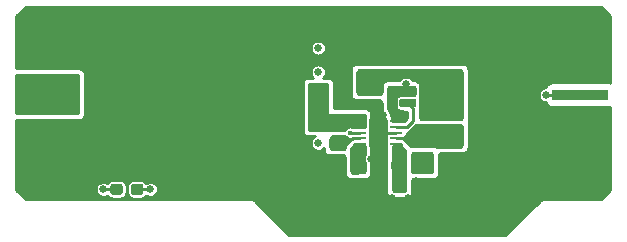
<source format=gbr>
G04 #@! TF.GenerationSoftware,KiCad,Pcbnew,(5.1.5)-3*
G04 #@! TF.CreationDate,2020-02-28T15:02:10-07:00*
G04 #@! TF.ProjectId,Straightener01,53747261-6967-4687-9465-6e657230312e,rev?*
G04 #@! TF.SameCoordinates,Original*
G04 #@! TF.FileFunction,Copper,L1,Top*
G04 #@! TF.FilePolarity,Positive*
%FSLAX46Y46*%
G04 Gerber Fmt 4.6, Leading zero omitted, Abs format (unit mm)*
G04 Created by KiCad (PCBNEW (5.1.5)-3) date 2020-02-28 15:02:10*
%MOMM*%
%LPD*%
G04 APERTURE LIST*
%ADD10C,0.100000*%
%ADD11R,1.000000X0.250000*%
%ADD12R,1.650000X2.380000*%
%ADD13R,4.720000X0.860000*%
%ADD14R,4.720000X1.350000*%
%ADD15C,0.635000*%
%ADD16C,0.406400*%
%ADD17C,0.250000*%
%ADD18C,0.254000*%
G04 APERTURE END LIST*
G04 #@! TA.AperFunction,SMDPad,CuDef*
D10*
G36*
X136081615Y-101115632D02*
G01*
X136094356Y-101117522D01*
X136106850Y-101120652D01*
X136118977Y-101124991D01*
X136130621Y-101130498D01*
X136141669Y-101137120D01*
X136152014Y-101144792D01*
X136161558Y-101153442D01*
X136170208Y-101162986D01*
X136177880Y-101173331D01*
X136184502Y-101184379D01*
X136190009Y-101196023D01*
X136194348Y-101208150D01*
X136197478Y-101220644D01*
X136199368Y-101233385D01*
X136200000Y-101246250D01*
X136200000Y-101733750D01*
X136199368Y-101746615D01*
X136197478Y-101759356D01*
X136194348Y-101771850D01*
X136190009Y-101783977D01*
X136184502Y-101795621D01*
X136177880Y-101806669D01*
X136170208Y-101817014D01*
X136161558Y-101826558D01*
X136152014Y-101835208D01*
X136141669Y-101842880D01*
X136130621Y-101849502D01*
X136118977Y-101855009D01*
X136106850Y-101859348D01*
X136094356Y-101862478D01*
X136081615Y-101864368D01*
X136068750Y-101865000D01*
X134906250Y-101865000D01*
X134893385Y-101864368D01*
X134880644Y-101862478D01*
X134868150Y-101859348D01*
X134856023Y-101855009D01*
X134844379Y-101849502D01*
X134833331Y-101842880D01*
X134822986Y-101835208D01*
X134813442Y-101826558D01*
X134804792Y-101817014D01*
X134797120Y-101806669D01*
X134790498Y-101795621D01*
X134784991Y-101783977D01*
X134780652Y-101771850D01*
X134777522Y-101759356D01*
X134775632Y-101746615D01*
X134775000Y-101733750D01*
X134775000Y-101246250D01*
X134775632Y-101233385D01*
X134777522Y-101220644D01*
X134780652Y-101208150D01*
X134784991Y-101196023D01*
X134790498Y-101184379D01*
X134797120Y-101173331D01*
X134804792Y-101162986D01*
X134813442Y-101153442D01*
X134822986Y-101144792D01*
X134833331Y-101137120D01*
X134844379Y-101130498D01*
X134856023Y-101124991D01*
X134868150Y-101120652D01*
X134880644Y-101117522D01*
X134893385Y-101115632D01*
X134906250Y-101115000D01*
X136068750Y-101115000D01*
X136081615Y-101115632D01*
G37*
G04 #@! TD.AperFunction*
G04 #@! TA.AperFunction,SMDPad,CuDef*
G36*
X136081615Y-100115632D02*
G01*
X136094356Y-100117522D01*
X136106850Y-100120652D01*
X136118977Y-100124991D01*
X136130621Y-100130498D01*
X136141669Y-100137120D01*
X136152014Y-100144792D01*
X136161558Y-100153442D01*
X136170208Y-100162986D01*
X136177880Y-100173331D01*
X136184502Y-100184379D01*
X136190009Y-100196023D01*
X136194348Y-100208150D01*
X136197478Y-100220644D01*
X136199368Y-100233385D01*
X136200000Y-100246250D01*
X136200000Y-100733750D01*
X136199368Y-100746615D01*
X136197478Y-100759356D01*
X136194348Y-100771850D01*
X136190009Y-100783977D01*
X136184502Y-100795621D01*
X136177880Y-100806669D01*
X136170208Y-100817014D01*
X136161558Y-100826558D01*
X136152014Y-100835208D01*
X136141669Y-100842880D01*
X136130621Y-100849502D01*
X136118977Y-100855009D01*
X136106850Y-100859348D01*
X136094356Y-100862478D01*
X136081615Y-100864368D01*
X136068750Y-100865000D01*
X134906250Y-100865000D01*
X134893385Y-100864368D01*
X134880644Y-100862478D01*
X134868150Y-100859348D01*
X134856023Y-100855009D01*
X134844379Y-100849502D01*
X134833331Y-100842880D01*
X134822986Y-100835208D01*
X134813442Y-100826558D01*
X134804792Y-100817014D01*
X134797120Y-100806669D01*
X134790498Y-100795621D01*
X134784991Y-100783977D01*
X134780652Y-100771850D01*
X134777522Y-100759356D01*
X134775632Y-100746615D01*
X134775000Y-100733750D01*
X134775000Y-100246250D01*
X134775632Y-100233385D01*
X134777522Y-100220644D01*
X134780652Y-100208150D01*
X134784991Y-100196023D01*
X134790498Y-100184379D01*
X134797120Y-100173331D01*
X134804792Y-100162986D01*
X134813442Y-100153442D01*
X134822986Y-100144792D01*
X134833331Y-100137120D01*
X134844379Y-100130498D01*
X134856023Y-100124991D01*
X134868150Y-100120652D01*
X134880644Y-100117522D01*
X134893385Y-100115632D01*
X134906250Y-100115000D01*
X136068750Y-100115000D01*
X136081615Y-100115632D01*
G37*
G04 #@! TD.AperFunction*
G04 #@! TA.AperFunction,SMDPad,CuDef*
G36*
X133106615Y-101115632D02*
G01*
X133119356Y-101117522D01*
X133131850Y-101120652D01*
X133143977Y-101124991D01*
X133155621Y-101130498D01*
X133166669Y-101137120D01*
X133177014Y-101144792D01*
X133186558Y-101153442D01*
X133195208Y-101162986D01*
X133202880Y-101173331D01*
X133209502Y-101184379D01*
X133215009Y-101196023D01*
X133219348Y-101208150D01*
X133222478Y-101220644D01*
X133224368Y-101233385D01*
X133225000Y-101246250D01*
X133225000Y-101733750D01*
X133224368Y-101746615D01*
X133222478Y-101759356D01*
X133219348Y-101771850D01*
X133215009Y-101783977D01*
X133209502Y-101795621D01*
X133202880Y-101806669D01*
X133195208Y-101817014D01*
X133186558Y-101826558D01*
X133177014Y-101835208D01*
X133166669Y-101842880D01*
X133155621Y-101849502D01*
X133143977Y-101855009D01*
X133131850Y-101859348D01*
X133119356Y-101862478D01*
X133106615Y-101864368D01*
X133093750Y-101865000D01*
X131931250Y-101865000D01*
X131918385Y-101864368D01*
X131905644Y-101862478D01*
X131893150Y-101859348D01*
X131881023Y-101855009D01*
X131869379Y-101849502D01*
X131858331Y-101842880D01*
X131847986Y-101835208D01*
X131838442Y-101826558D01*
X131829792Y-101817014D01*
X131822120Y-101806669D01*
X131815498Y-101795621D01*
X131809991Y-101783977D01*
X131805652Y-101771850D01*
X131802522Y-101759356D01*
X131800632Y-101746615D01*
X131800000Y-101733750D01*
X131800000Y-101246250D01*
X131800632Y-101233385D01*
X131802522Y-101220644D01*
X131805652Y-101208150D01*
X131809991Y-101196023D01*
X131815498Y-101184379D01*
X131822120Y-101173331D01*
X131829792Y-101162986D01*
X131838442Y-101153442D01*
X131847986Y-101144792D01*
X131858331Y-101137120D01*
X131869379Y-101130498D01*
X131881023Y-101124991D01*
X131893150Y-101120652D01*
X131905644Y-101117522D01*
X131918385Y-101115632D01*
X131931250Y-101115000D01*
X133093750Y-101115000D01*
X133106615Y-101115632D01*
G37*
G04 #@! TD.AperFunction*
G04 #@! TA.AperFunction,SMDPad,CuDef*
G36*
X133106615Y-100115632D02*
G01*
X133119356Y-100117522D01*
X133131850Y-100120652D01*
X133143977Y-100124991D01*
X133155621Y-100130498D01*
X133166669Y-100137120D01*
X133177014Y-100144792D01*
X133186558Y-100153442D01*
X133195208Y-100162986D01*
X133202880Y-100173331D01*
X133209502Y-100184379D01*
X133215009Y-100196023D01*
X133219348Y-100208150D01*
X133222478Y-100220644D01*
X133224368Y-100233385D01*
X133225000Y-100246250D01*
X133225000Y-100733750D01*
X133224368Y-100746615D01*
X133222478Y-100759356D01*
X133219348Y-100771850D01*
X133215009Y-100783977D01*
X133209502Y-100795621D01*
X133202880Y-100806669D01*
X133195208Y-100817014D01*
X133186558Y-100826558D01*
X133177014Y-100835208D01*
X133166669Y-100842880D01*
X133155621Y-100849502D01*
X133143977Y-100855009D01*
X133131850Y-100859348D01*
X133119356Y-100862478D01*
X133106615Y-100864368D01*
X133093750Y-100865000D01*
X131931250Y-100865000D01*
X131918385Y-100864368D01*
X131905644Y-100862478D01*
X131893150Y-100859348D01*
X131881023Y-100855009D01*
X131869379Y-100849502D01*
X131858331Y-100842880D01*
X131847986Y-100835208D01*
X131838442Y-100826558D01*
X131829792Y-100817014D01*
X131822120Y-100806669D01*
X131815498Y-100795621D01*
X131809991Y-100783977D01*
X131805652Y-100771850D01*
X131802522Y-100759356D01*
X131800632Y-100746615D01*
X131800000Y-100733750D01*
X131800000Y-100246250D01*
X131800632Y-100233385D01*
X131802522Y-100220644D01*
X131805652Y-100208150D01*
X131809991Y-100196023D01*
X131815498Y-100184379D01*
X131822120Y-100173331D01*
X131829792Y-100162986D01*
X131838442Y-100153442D01*
X131847986Y-100144792D01*
X131858331Y-100137120D01*
X131869379Y-100130498D01*
X131881023Y-100124991D01*
X131893150Y-100120652D01*
X131905644Y-100117522D01*
X131918385Y-100115632D01*
X131931250Y-100115000D01*
X133093750Y-100115000D01*
X133106615Y-100115632D01*
G37*
G04 #@! TD.AperFunction*
G04 #@! TA.AperFunction,SMDPad,CuDef*
G36*
X138250069Y-100801201D02*
G01*
X138274276Y-100804792D01*
X138298015Y-100810738D01*
X138321057Y-100818982D01*
X138343180Y-100829446D01*
X138364171Y-100842027D01*
X138383827Y-100856605D01*
X138401960Y-100873040D01*
X138418395Y-100891173D01*
X138432973Y-100910829D01*
X138445554Y-100931820D01*
X138456018Y-100953943D01*
X138464262Y-100976985D01*
X138470208Y-101000724D01*
X138473799Y-101024931D01*
X138475000Y-101049374D01*
X138475000Y-101975626D01*
X138473799Y-102000069D01*
X138470208Y-102024276D01*
X138464262Y-102048015D01*
X138456018Y-102071057D01*
X138445554Y-102093180D01*
X138432973Y-102114171D01*
X138418395Y-102133827D01*
X138401960Y-102151960D01*
X138383827Y-102168395D01*
X138364171Y-102182973D01*
X138343180Y-102195554D01*
X138321057Y-102206018D01*
X138298015Y-102214262D01*
X138274276Y-102220208D01*
X138250069Y-102223799D01*
X138225626Y-102225000D01*
X136974374Y-102225000D01*
X136949931Y-102223799D01*
X136925724Y-102220208D01*
X136901985Y-102214262D01*
X136878943Y-102206018D01*
X136856820Y-102195554D01*
X136835829Y-102182973D01*
X136816173Y-102168395D01*
X136798040Y-102151960D01*
X136781605Y-102133827D01*
X136767027Y-102114171D01*
X136754446Y-102093180D01*
X136743982Y-102071057D01*
X136735738Y-102048015D01*
X136729792Y-102024276D01*
X136726201Y-102000069D01*
X136725000Y-101975626D01*
X136725000Y-101049374D01*
X136726201Y-101024931D01*
X136729792Y-101000724D01*
X136735738Y-100976985D01*
X136743982Y-100953943D01*
X136754446Y-100931820D01*
X136767027Y-100910829D01*
X136781605Y-100891173D01*
X136798040Y-100873040D01*
X136816173Y-100856605D01*
X136835829Y-100842027D01*
X136856820Y-100829446D01*
X136878943Y-100818982D01*
X136901985Y-100810738D01*
X136925724Y-100804792D01*
X136949931Y-100801201D01*
X136974374Y-100800000D01*
X138225626Y-100800000D01*
X138250069Y-100801201D01*
G37*
G04 #@! TD.AperFunction*
G04 #@! TA.AperFunction,SMDPad,CuDef*
G36*
X138249504Y-103776204D02*
G01*
X138273773Y-103779804D01*
X138297571Y-103785765D01*
X138320671Y-103794030D01*
X138342849Y-103804520D01*
X138363893Y-103817133D01*
X138383598Y-103831747D01*
X138401777Y-103848223D01*
X138418253Y-103866402D01*
X138432867Y-103886107D01*
X138445480Y-103907151D01*
X138455970Y-103929329D01*
X138464235Y-103952429D01*
X138470196Y-103976227D01*
X138473796Y-104000496D01*
X138475000Y-104025000D01*
X138475000Y-104950000D01*
X138473796Y-104974504D01*
X138470196Y-104998773D01*
X138464235Y-105022571D01*
X138455970Y-105045671D01*
X138445480Y-105067849D01*
X138432867Y-105088893D01*
X138418253Y-105108598D01*
X138401777Y-105126777D01*
X138383598Y-105143253D01*
X138363893Y-105157867D01*
X138342849Y-105170480D01*
X138320671Y-105180970D01*
X138297571Y-105189235D01*
X138273773Y-105195196D01*
X138249504Y-105198796D01*
X138225000Y-105200000D01*
X136975000Y-105200000D01*
X136950496Y-105198796D01*
X136926227Y-105195196D01*
X136902429Y-105189235D01*
X136879329Y-105180970D01*
X136857151Y-105170480D01*
X136836107Y-105157867D01*
X136816402Y-105143253D01*
X136798223Y-105126777D01*
X136781747Y-105108598D01*
X136767133Y-105088893D01*
X136754520Y-105067849D01*
X136744030Y-105045671D01*
X136735765Y-105022571D01*
X136729804Y-104998773D01*
X136726204Y-104974504D01*
X136725000Y-104950000D01*
X136725000Y-104025000D01*
X136726204Y-104000496D01*
X136729804Y-103976227D01*
X136735765Y-103952429D01*
X136744030Y-103929329D01*
X136754520Y-103907151D01*
X136767133Y-103886107D01*
X136781747Y-103866402D01*
X136798223Y-103848223D01*
X136816402Y-103831747D01*
X136836107Y-103817133D01*
X136857151Y-103804520D01*
X136879329Y-103794030D01*
X136902429Y-103785765D01*
X136926227Y-103779804D01*
X136950496Y-103776204D01*
X136975000Y-103775000D01*
X138225000Y-103775000D01*
X138249504Y-103776204D01*
G37*
G04 #@! TD.AperFunction*
D11*
X131475000Y-103000000D03*
X131475000Y-103500000D03*
X131475000Y-104000000D03*
X131475000Y-104500000D03*
X131475000Y-105000000D03*
X134525000Y-105000000D03*
X134525000Y-104500000D03*
X134525000Y-104000000D03*
X134525000Y-103500000D03*
X134525000Y-103000000D03*
D12*
X133000000Y-104000000D03*
D13*
X104900000Y-100800000D03*
D14*
X104900000Y-105725000D03*
X104900000Y-95875000D03*
X150100000Y-105725000D03*
X150100000Y-95875000D03*
D13*
X150100000Y-100800000D03*
G04 #@! TA.AperFunction,SMDPad,CuDef*
D10*
G36*
X112885779Y-108326144D02*
G01*
X112908834Y-108329563D01*
X112931443Y-108335227D01*
X112953387Y-108343079D01*
X112974457Y-108353044D01*
X112994448Y-108365026D01*
X113013168Y-108378910D01*
X113030438Y-108394562D01*
X113046090Y-108411832D01*
X113059974Y-108430552D01*
X113071956Y-108450543D01*
X113081921Y-108471613D01*
X113089773Y-108493557D01*
X113095437Y-108516166D01*
X113098856Y-108539221D01*
X113100000Y-108562500D01*
X113100000Y-109037500D01*
X113098856Y-109060779D01*
X113095437Y-109083834D01*
X113089773Y-109106443D01*
X113081921Y-109128387D01*
X113071956Y-109149457D01*
X113059974Y-109169448D01*
X113046090Y-109188168D01*
X113030438Y-109205438D01*
X113013168Y-109221090D01*
X112994448Y-109234974D01*
X112974457Y-109246956D01*
X112953387Y-109256921D01*
X112931443Y-109264773D01*
X112908834Y-109270437D01*
X112885779Y-109273856D01*
X112862500Y-109275000D01*
X112287500Y-109275000D01*
X112264221Y-109273856D01*
X112241166Y-109270437D01*
X112218557Y-109264773D01*
X112196613Y-109256921D01*
X112175543Y-109246956D01*
X112155552Y-109234974D01*
X112136832Y-109221090D01*
X112119562Y-109205438D01*
X112103910Y-109188168D01*
X112090026Y-109169448D01*
X112078044Y-109149457D01*
X112068079Y-109128387D01*
X112060227Y-109106443D01*
X112054563Y-109083834D01*
X112051144Y-109060779D01*
X112050000Y-109037500D01*
X112050000Y-108562500D01*
X112051144Y-108539221D01*
X112054563Y-108516166D01*
X112060227Y-108493557D01*
X112068079Y-108471613D01*
X112078044Y-108450543D01*
X112090026Y-108430552D01*
X112103910Y-108411832D01*
X112119562Y-108394562D01*
X112136832Y-108378910D01*
X112155552Y-108365026D01*
X112175543Y-108353044D01*
X112196613Y-108343079D01*
X112218557Y-108335227D01*
X112241166Y-108329563D01*
X112264221Y-108326144D01*
X112287500Y-108325000D01*
X112862500Y-108325000D01*
X112885779Y-108326144D01*
G37*
G04 #@! TD.AperFunction*
G04 #@! TA.AperFunction,SMDPad,CuDef*
G36*
X111135779Y-108326144D02*
G01*
X111158834Y-108329563D01*
X111181443Y-108335227D01*
X111203387Y-108343079D01*
X111224457Y-108353044D01*
X111244448Y-108365026D01*
X111263168Y-108378910D01*
X111280438Y-108394562D01*
X111296090Y-108411832D01*
X111309974Y-108430552D01*
X111321956Y-108450543D01*
X111331921Y-108471613D01*
X111339773Y-108493557D01*
X111345437Y-108516166D01*
X111348856Y-108539221D01*
X111350000Y-108562500D01*
X111350000Y-109037500D01*
X111348856Y-109060779D01*
X111345437Y-109083834D01*
X111339773Y-109106443D01*
X111331921Y-109128387D01*
X111321956Y-109149457D01*
X111309974Y-109169448D01*
X111296090Y-109188168D01*
X111280438Y-109205438D01*
X111263168Y-109221090D01*
X111244448Y-109234974D01*
X111224457Y-109246956D01*
X111203387Y-109256921D01*
X111181443Y-109264773D01*
X111158834Y-109270437D01*
X111135779Y-109273856D01*
X111112500Y-109275000D01*
X110537500Y-109275000D01*
X110514221Y-109273856D01*
X110491166Y-109270437D01*
X110468557Y-109264773D01*
X110446613Y-109256921D01*
X110425543Y-109246956D01*
X110405552Y-109234974D01*
X110386832Y-109221090D01*
X110369562Y-109205438D01*
X110353910Y-109188168D01*
X110340026Y-109169448D01*
X110328044Y-109149457D01*
X110318079Y-109128387D01*
X110310227Y-109106443D01*
X110304563Y-109083834D01*
X110301144Y-109060779D01*
X110300000Y-109037500D01*
X110300000Y-108562500D01*
X110301144Y-108539221D01*
X110304563Y-108516166D01*
X110310227Y-108493557D01*
X110318079Y-108471613D01*
X110328044Y-108450543D01*
X110340026Y-108430552D01*
X110353910Y-108411832D01*
X110369562Y-108394562D01*
X110386832Y-108378910D01*
X110405552Y-108365026D01*
X110425543Y-108353044D01*
X110446613Y-108343079D01*
X110468557Y-108335227D01*
X110491166Y-108329563D01*
X110514221Y-108326144D01*
X110537500Y-108325000D01*
X111112500Y-108325000D01*
X111135779Y-108326144D01*
G37*
G04 #@! TD.AperFunction*
G04 #@! TA.AperFunction,SMDPad,CuDef*
G36*
X130060779Y-102601144D02*
G01*
X130083834Y-102604563D01*
X130106443Y-102610227D01*
X130128387Y-102618079D01*
X130149457Y-102628044D01*
X130169448Y-102640026D01*
X130188168Y-102653910D01*
X130205438Y-102669562D01*
X130221090Y-102686832D01*
X130234974Y-102705552D01*
X130246956Y-102725543D01*
X130256921Y-102746613D01*
X130264773Y-102768557D01*
X130270437Y-102791166D01*
X130273856Y-102814221D01*
X130275000Y-102837500D01*
X130275000Y-103412500D01*
X130273856Y-103435779D01*
X130270437Y-103458834D01*
X130264773Y-103481443D01*
X130256921Y-103503387D01*
X130246956Y-103524457D01*
X130234974Y-103544448D01*
X130221090Y-103563168D01*
X130205438Y-103580438D01*
X130188168Y-103596090D01*
X130169448Y-103609974D01*
X130149457Y-103621956D01*
X130128387Y-103631921D01*
X130106443Y-103639773D01*
X130083834Y-103645437D01*
X130060779Y-103648856D01*
X130037500Y-103650000D01*
X129562500Y-103650000D01*
X129539221Y-103648856D01*
X129516166Y-103645437D01*
X129493557Y-103639773D01*
X129471613Y-103631921D01*
X129450543Y-103621956D01*
X129430552Y-103609974D01*
X129411832Y-103596090D01*
X129394562Y-103580438D01*
X129378910Y-103563168D01*
X129365026Y-103544448D01*
X129353044Y-103524457D01*
X129343079Y-103503387D01*
X129335227Y-103481443D01*
X129329563Y-103458834D01*
X129326144Y-103435779D01*
X129325000Y-103412500D01*
X129325000Y-102837500D01*
X129326144Y-102814221D01*
X129329563Y-102791166D01*
X129335227Y-102768557D01*
X129343079Y-102746613D01*
X129353044Y-102725543D01*
X129365026Y-102705552D01*
X129378910Y-102686832D01*
X129394562Y-102669562D01*
X129411832Y-102653910D01*
X129430552Y-102640026D01*
X129450543Y-102628044D01*
X129471613Y-102618079D01*
X129493557Y-102610227D01*
X129516166Y-102604563D01*
X129539221Y-102601144D01*
X129562500Y-102600000D01*
X130037500Y-102600000D01*
X130060779Y-102601144D01*
G37*
G04 #@! TD.AperFunction*
G04 #@! TA.AperFunction,SMDPad,CuDef*
G36*
X130060779Y-104351144D02*
G01*
X130083834Y-104354563D01*
X130106443Y-104360227D01*
X130128387Y-104368079D01*
X130149457Y-104378044D01*
X130169448Y-104390026D01*
X130188168Y-104403910D01*
X130205438Y-104419562D01*
X130221090Y-104436832D01*
X130234974Y-104455552D01*
X130246956Y-104475543D01*
X130256921Y-104496613D01*
X130264773Y-104518557D01*
X130270437Y-104541166D01*
X130273856Y-104564221D01*
X130275000Y-104587500D01*
X130275000Y-105162500D01*
X130273856Y-105185779D01*
X130270437Y-105208834D01*
X130264773Y-105231443D01*
X130256921Y-105253387D01*
X130246956Y-105274457D01*
X130234974Y-105294448D01*
X130221090Y-105313168D01*
X130205438Y-105330438D01*
X130188168Y-105346090D01*
X130169448Y-105359974D01*
X130149457Y-105371956D01*
X130128387Y-105381921D01*
X130106443Y-105389773D01*
X130083834Y-105395437D01*
X130060779Y-105398856D01*
X130037500Y-105400000D01*
X129562500Y-105400000D01*
X129539221Y-105398856D01*
X129516166Y-105395437D01*
X129493557Y-105389773D01*
X129471613Y-105381921D01*
X129450543Y-105371956D01*
X129430552Y-105359974D01*
X129411832Y-105346090D01*
X129394562Y-105330438D01*
X129378910Y-105313168D01*
X129365026Y-105294448D01*
X129353044Y-105274457D01*
X129343079Y-105253387D01*
X129335227Y-105231443D01*
X129329563Y-105208834D01*
X129326144Y-105185779D01*
X129325000Y-105162500D01*
X129325000Y-104587500D01*
X129326144Y-104564221D01*
X129329563Y-104541166D01*
X129335227Y-104518557D01*
X129343079Y-104496613D01*
X129353044Y-104475543D01*
X129365026Y-104455552D01*
X129378910Y-104436832D01*
X129394562Y-104419562D01*
X129411832Y-104403910D01*
X129430552Y-104390026D01*
X129450543Y-104378044D01*
X129471613Y-104368079D01*
X129493557Y-104360227D01*
X129516166Y-104354563D01*
X129539221Y-104351144D01*
X129562500Y-104350000D01*
X130037500Y-104350000D01*
X130060779Y-104351144D01*
G37*
G04 #@! TD.AperFunction*
G04 #@! TA.AperFunction,SMDPad,CuDef*
G36*
X133245779Y-106326144D02*
G01*
X133268834Y-106329563D01*
X133291443Y-106335227D01*
X133313387Y-106343079D01*
X133334457Y-106353044D01*
X133354448Y-106365026D01*
X133373168Y-106378910D01*
X133390438Y-106394562D01*
X133406090Y-106411832D01*
X133419974Y-106430552D01*
X133431956Y-106450543D01*
X133441921Y-106471613D01*
X133449773Y-106493557D01*
X133455437Y-106516166D01*
X133458856Y-106539221D01*
X133460000Y-106562500D01*
X133460000Y-107037500D01*
X133458856Y-107060779D01*
X133455437Y-107083834D01*
X133449773Y-107106443D01*
X133441921Y-107128387D01*
X133431956Y-107149457D01*
X133419974Y-107169448D01*
X133406090Y-107188168D01*
X133390438Y-107205438D01*
X133373168Y-107221090D01*
X133354448Y-107234974D01*
X133334457Y-107246956D01*
X133313387Y-107256921D01*
X133291443Y-107264773D01*
X133268834Y-107270437D01*
X133245779Y-107273856D01*
X133222500Y-107275000D01*
X132647500Y-107275000D01*
X132624221Y-107273856D01*
X132601166Y-107270437D01*
X132578557Y-107264773D01*
X132556613Y-107256921D01*
X132535543Y-107246956D01*
X132515552Y-107234974D01*
X132496832Y-107221090D01*
X132479562Y-107205438D01*
X132463910Y-107188168D01*
X132450026Y-107169448D01*
X132438044Y-107149457D01*
X132428079Y-107128387D01*
X132420227Y-107106443D01*
X132414563Y-107083834D01*
X132411144Y-107060779D01*
X132410000Y-107037500D01*
X132410000Y-106562500D01*
X132411144Y-106539221D01*
X132414563Y-106516166D01*
X132420227Y-106493557D01*
X132428079Y-106471613D01*
X132438044Y-106450543D01*
X132450026Y-106430552D01*
X132463910Y-106411832D01*
X132479562Y-106394562D01*
X132496832Y-106378910D01*
X132515552Y-106365026D01*
X132535543Y-106353044D01*
X132556613Y-106343079D01*
X132578557Y-106335227D01*
X132601166Y-106329563D01*
X132624221Y-106326144D01*
X132647500Y-106325000D01*
X133222500Y-106325000D01*
X133245779Y-106326144D01*
G37*
G04 #@! TD.AperFunction*
G04 #@! TA.AperFunction,SMDPad,CuDef*
G36*
X131495779Y-106326144D02*
G01*
X131518834Y-106329563D01*
X131541443Y-106335227D01*
X131563387Y-106343079D01*
X131584457Y-106353044D01*
X131604448Y-106365026D01*
X131623168Y-106378910D01*
X131640438Y-106394562D01*
X131656090Y-106411832D01*
X131669974Y-106430552D01*
X131681956Y-106450543D01*
X131691921Y-106471613D01*
X131699773Y-106493557D01*
X131705437Y-106516166D01*
X131708856Y-106539221D01*
X131710000Y-106562500D01*
X131710000Y-107037500D01*
X131708856Y-107060779D01*
X131705437Y-107083834D01*
X131699773Y-107106443D01*
X131691921Y-107128387D01*
X131681956Y-107149457D01*
X131669974Y-107169448D01*
X131656090Y-107188168D01*
X131640438Y-107205438D01*
X131623168Y-107221090D01*
X131604448Y-107234974D01*
X131584457Y-107246956D01*
X131563387Y-107256921D01*
X131541443Y-107264773D01*
X131518834Y-107270437D01*
X131495779Y-107273856D01*
X131472500Y-107275000D01*
X130897500Y-107275000D01*
X130874221Y-107273856D01*
X130851166Y-107270437D01*
X130828557Y-107264773D01*
X130806613Y-107256921D01*
X130785543Y-107246956D01*
X130765552Y-107234974D01*
X130746832Y-107221090D01*
X130729562Y-107205438D01*
X130713910Y-107188168D01*
X130700026Y-107169448D01*
X130688044Y-107149457D01*
X130678079Y-107128387D01*
X130670227Y-107106443D01*
X130664563Y-107083834D01*
X130661144Y-107060779D01*
X130660000Y-107037500D01*
X130660000Y-106562500D01*
X130661144Y-106539221D01*
X130664563Y-106516166D01*
X130670227Y-106493557D01*
X130678079Y-106471613D01*
X130688044Y-106450543D01*
X130700026Y-106430552D01*
X130713910Y-106411832D01*
X130729562Y-106394562D01*
X130746832Y-106378910D01*
X130765552Y-106365026D01*
X130785543Y-106353044D01*
X130806613Y-106343079D01*
X130828557Y-106335227D01*
X130851166Y-106329563D01*
X130874221Y-106326144D01*
X130897500Y-106325000D01*
X131472500Y-106325000D01*
X131495779Y-106326144D01*
G37*
G04 #@! TD.AperFunction*
G04 #@! TA.AperFunction,SMDPad,CuDef*
G36*
X139760779Y-103351144D02*
G01*
X139783834Y-103354563D01*
X139806443Y-103360227D01*
X139828387Y-103368079D01*
X139849457Y-103378044D01*
X139869448Y-103390026D01*
X139888168Y-103403910D01*
X139905438Y-103419562D01*
X139921090Y-103436832D01*
X139934974Y-103455552D01*
X139946956Y-103475543D01*
X139956921Y-103496613D01*
X139964773Y-103518557D01*
X139970437Y-103541166D01*
X139973856Y-103564221D01*
X139975000Y-103587500D01*
X139975000Y-104162500D01*
X139973856Y-104185779D01*
X139970437Y-104208834D01*
X139964773Y-104231443D01*
X139956921Y-104253387D01*
X139946956Y-104274457D01*
X139934974Y-104294448D01*
X139921090Y-104313168D01*
X139905438Y-104330438D01*
X139888168Y-104346090D01*
X139869448Y-104359974D01*
X139849457Y-104371956D01*
X139828387Y-104381921D01*
X139806443Y-104389773D01*
X139783834Y-104395437D01*
X139760779Y-104398856D01*
X139737500Y-104400000D01*
X139262500Y-104400000D01*
X139239221Y-104398856D01*
X139216166Y-104395437D01*
X139193557Y-104389773D01*
X139171613Y-104381921D01*
X139150543Y-104371956D01*
X139130552Y-104359974D01*
X139111832Y-104346090D01*
X139094562Y-104330438D01*
X139078910Y-104313168D01*
X139065026Y-104294448D01*
X139053044Y-104274457D01*
X139043079Y-104253387D01*
X139035227Y-104231443D01*
X139029563Y-104208834D01*
X139026144Y-104185779D01*
X139025000Y-104162500D01*
X139025000Y-103587500D01*
X139026144Y-103564221D01*
X139029563Y-103541166D01*
X139035227Y-103518557D01*
X139043079Y-103496613D01*
X139053044Y-103475543D01*
X139065026Y-103455552D01*
X139078910Y-103436832D01*
X139094562Y-103419562D01*
X139111832Y-103403910D01*
X139130552Y-103390026D01*
X139150543Y-103378044D01*
X139171613Y-103368079D01*
X139193557Y-103360227D01*
X139216166Y-103354563D01*
X139239221Y-103351144D01*
X139262500Y-103350000D01*
X139737500Y-103350000D01*
X139760779Y-103351144D01*
G37*
G04 #@! TD.AperFunction*
G04 #@! TA.AperFunction,SMDPad,CuDef*
G36*
X139760779Y-101601144D02*
G01*
X139783834Y-101604563D01*
X139806443Y-101610227D01*
X139828387Y-101618079D01*
X139849457Y-101628044D01*
X139869448Y-101640026D01*
X139888168Y-101653910D01*
X139905438Y-101669562D01*
X139921090Y-101686832D01*
X139934974Y-101705552D01*
X139946956Y-101725543D01*
X139956921Y-101746613D01*
X139964773Y-101768557D01*
X139970437Y-101791166D01*
X139973856Y-101814221D01*
X139975000Y-101837500D01*
X139975000Y-102412500D01*
X139973856Y-102435779D01*
X139970437Y-102458834D01*
X139964773Y-102481443D01*
X139956921Y-102503387D01*
X139946956Y-102524457D01*
X139934974Y-102544448D01*
X139921090Y-102563168D01*
X139905438Y-102580438D01*
X139888168Y-102596090D01*
X139869448Y-102609974D01*
X139849457Y-102621956D01*
X139828387Y-102631921D01*
X139806443Y-102639773D01*
X139783834Y-102645437D01*
X139760779Y-102648856D01*
X139737500Y-102650000D01*
X139262500Y-102650000D01*
X139239221Y-102648856D01*
X139216166Y-102645437D01*
X139193557Y-102639773D01*
X139171613Y-102631921D01*
X139150543Y-102621956D01*
X139130552Y-102609974D01*
X139111832Y-102596090D01*
X139094562Y-102580438D01*
X139078910Y-102563168D01*
X139065026Y-102544448D01*
X139053044Y-102524457D01*
X139043079Y-102503387D01*
X139035227Y-102481443D01*
X139029563Y-102458834D01*
X139026144Y-102435779D01*
X139025000Y-102412500D01*
X139025000Y-101837500D01*
X139026144Y-101814221D01*
X139029563Y-101791166D01*
X139035227Y-101768557D01*
X139043079Y-101746613D01*
X139053044Y-101725543D01*
X139065026Y-101705552D01*
X139078910Y-101686832D01*
X139094562Y-101669562D01*
X139111832Y-101653910D01*
X139130552Y-101640026D01*
X139150543Y-101628044D01*
X139171613Y-101618079D01*
X139193557Y-101610227D01*
X139216166Y-101604563D01*
X139239221Y-101601144D01*
X139262500Y-101600000D01*
X139737500Y-101600000D01*
X139760779Y-101601144D01*
G37*
G04 #@! TD.AperFunction*
G04 #@! TA.AperFunction,SMDPad,CuDef*
G36*
X134935779Y-106326144D02*
G01*
X134958834Y-106329563D01*
X134981443Y-106335227D01*
X135003387Y-106343079D01*
X135024457Y-106353044D01*
X135044448Y-106365026D01*
X135063168Y-106378910D01*
X135080438Y-106394562D01*
X135096090Y-106411832D01*
X135109974Y-106430552D01*
X135121956Y-106450543D01*
X135131921Y-106471613D01*
X135139773Y-106493557D01*
X135145437Y-106516166D01*
X135148856Y-106539221D01*
X135150000Y-106562500D01*
X135150000Y-107037500D01*
X135148856Y-107060779D01*
X135145437Y-107083834D01*
X135139773Y-107106443D01*
X135131921Y-107128387D01*
X135121956Y-107149457D01*
X135109974Y-107169448D01*
X135096090Y-107188168D01*
X135080438Y-107205438D01*
X135063168Y-107221090D01*
X135044448Y-107234974D01*
X135024457Y-107246956D01*
X135003387Y-107256921D01*
X134981443Y-107264773D01*
X134958834Y-107270437D01*
X134935779Y-107273856D01*
X134912500Y-107275000D01*
X134337500Y-107275000D01*
X134314221Y-107273856D01*
X134291166Y-107270437D01*
X134268557Y-107264773D01*
X134246613Y-107256921D01*
X134225543Y-107246956D01*
X134205552Y-107234974D01*
X134186832Y-107221090D01*
X134169562Y-107205438D01*
X134153910Y-107188168D01*
X134140026Y-107169448D01*
X134128044Y-107149457D01*
X134118079Y-107128387D01*
X134110227Y-107106443D01*
X134104563Y-107083834D01*
X134101144Y-107060779D01*
X134100000Y-107037500D01*
X134100000Y-106562500D01*
X134101144Y-106539221D01*
X134104563Y-106516166D01*
X134110227Y-106493557D01*
X134118079Y-106471613D01*
X134128044Y-106450543D01*
X134140026Y-106430552D01*
X134153910Y-106411832D01*
X134169562Y-106394562D01*
X134186832Y-106378910D01*
X134205552Y-106365026D01*
X134225543Y-106353044D01*
X134246613Y-106343079D01*
X134268557Y-106335227D01*
X134291166Y-106329563D01*
X134314221Y-106326144D01*
X134337500Y-106325000D01*
X134912500Y-106325000D01*
X134935779Y-106326144D01*
G37*
G04 #@! TD.AperFunction*
G04 #@! TA.AperFunction,SMDPad,CuDef*
G36*
X136685779Y-106326144D02*
G01*
X136708834Y-106329563D01*
X136731443Y-106335227D01*
X136753387Y-106343079D01*
X136774457Y-106353044D01*
X136794448Y-106365026D01*
X136813168Y-106378910D01*
X136830438Y-106394562D01*
X136846090Y-106411832D01*
X136859974Y-106430552D01*
X136871956Y-106450543D01*
X136881921Y-106471613D01*
X136889773Y-106493557D01*
X136895437Y-106516166D01*
X136898856Y-106539221D01*
X136900000Y-106562500D01*
X136900000Y-107037500D01*
X136898856Y-107060779D01*
X136895437Y-107083834D01*
X136889773Y-107106443D01*
X136881921Y-107128387D01*
X136871956Y-107149457D01*
X136859974Y-107169448D01*
X136846090Y-107188168D01*
X136830438Y-107205438D01*
X136813168Y-107221090D01*
X136794448Y-107234974D01*
X136774457Y-107246956D01*
X136753387Y-107256921D01*
X136731443Y-107264773D01*
X136708834Y-107270437D01*
X136685779Y-107273856D01*
X136662500Y-107275000D01*
X136087500Y-107275000D01*
X136064221Y-107273856D01*
X136041166Y-107270437D01*
X136018557Y-107264773D01*
X135996613Y-107256921D01*
X135975543Y-107246956D01*
X135955552Y-107234974D01*
X135936832Y-107221090D01*
X135919562Y-107205438D01*
X135903910Y-107188168D01*
X135890026Y-107169448D01*
X135878044Y-107149457D01*
X135868079Y-107128387D01*
X135860227Y-107106443D01*
X135854563Y-107083834D01*
X135851144Y-107060779D01*
X135850000Y-107037500D01*
X135850000Y-106562500D01*
X135851144Y-106539221D01*
X135854563Y-106516166D01*
X135860227Y-106493557D01*
X135868079Y-106471613D01*
X135878044Y-106450543D01*
X135890026Y-106430552D01*
X135903910Y-106411832D01*
X135919562Y-106394562D01*
X135936832Y-106378910D01*
X135955552Y-106365026D01*
X135975543Y-106353044D01*
X135996613Y-106343079D01*
X136018557Y-106335227D01*
X136041166Y-106329563D01*
X136064221Y-106326144D01*
X136087500Y-106325000D01*
X136662500Y-106325000D01*
X136685779Y-106326144D01*
G37*
G04 #@! TD.AperFunction*
G04 #@! TA.AperFunction,SMDPad,CuDef*
G36*
X134995779Y-107926144D02*
G01*
X135018834Y-107929563D01*
X135041443Y-107935227D01*
X135063387Y-107943079D01*
X135084457Y-107953044D01*
X135104448Y-107965026D01*
X135123168Y-107978910D01*
X135140438Y-107994562D01*
X135156090Y-108011832D01*
X135169974Y-108030552D01*
X135181956Y-108050543D01*
X135191921Y-108071613D01*
X135199773Y-108093557D01*
X135205437Y-108116166D01*
X135208856Y-108139221D01*
X135210000Y-108162500D01*
X135210000Y-108637500D01*
X135208856Y-108660779D01*
X135205437Y-108683834D01*
X135199773Y-108706443D01*
X135191921Y-108728387D01*
X135181956Y-108749457D01*
X135169974Y-108769448D01*
X135156090Y-108788168D01*
X135140438Y-108805438D01*
X135123168Y-108821090D01*
X135104448Y-108834974D01*
X135084457Y-108846956D01*
X135063387Y-108856921D01*
X135041443Y-108864773D01*
X135018834Y-108870437D01*
X134995779Y-108873856D01*
X134972500Y-108875000D01*
X134397500Y-108875000D01*
X134374221Y-108873856D01*
X134351166Y-108870437D01*
X134328557Y-108864773D01*
X134306613Y-108856921D01*
X134285543Y-108846956D01*
X134265552Y-108834974D01*
X134246832Y-108821090D01*
X134229562Y-108805438D01*
X134213910Y-108788168D01*
X134200026Y-108769448D01*
X134188044Y-108749457D01*
X134178079Y-108728387D01*
X134170227Y-108706443D01*
X134164563Y-108683834D01*
X134161144Y-108660779D01*
X134160000Y-108637500D01*
X134160000Y-108162500D01*
X134161144Y-108139221D01*
X134164563Y-108116166D01*
X134170227Y-108093557D01*
X134178079Y-108071613D01*
X134188044Y-108050543D01*
X134200026Y-108030552D01*
X134213910Y-108011832D01*
X134229562Y-107994562D01*
X134246832Y-107978910D01*
X134265552Y-107965026D01*
X134285543Y-107953044D01*
X134306613Y-107943079D01*
X134328557Y-107935227D01*
X134351166Y-107929563D01*
X134374221Y-107926144D01*
X134397500Y-107925000D01*
X134972500Y-107925000D01*
X134995779Y-107926144D01*
G37*
G04 #@! TD.AperFunction*
G04 #@! TA.AperFunction,SMDPad,CuDef*
G36*
X133245779Y-107926144D02*
G01*
X133268834Y-107929563D01*
X133291443Y-107935227D01*
X133313387Y-107943079D01*
X133334457Y-107953044D01*
X133354448Y-107965026D01*
X133373168Y-107978910D01*
X133390438Y-107994562D01*
X133406090Y-108011832D01*
X133419974Y-108030552D01*
X133431956Y-108050543D01*
X133441921Y-108071613D01*
X133449773Y-108093557D01*
X133455437Y-108116166D01*
X133458856Y-108139221D01*
X133460000Y-108162500D01*
X133460000Y-108637500D01*
X133458856Y-108660779D01*
X133455437Y-108683834D01*
X133449773Y-108706443D01*
X133441921Y-108728387D01*
X133431956Y-108749457D01*
X133419974Y-108769448D01*
X133406090Y-108788168D01*
X133390438Y-108805438D01*
X133373168Y-108821090D01*
X133354448Y-108834974D01*
X133334457Y-108846956D01*
X133313387Y-108856921D01*
X133291443Y-108864773D01*
X133268834Y-108870437D01*
X133245779Y-108873856D01*
X133222500Y-108875000D01*
X132647500Y-108875000D01*
X132624221Y-108873856D01*
X132601166Y-108870437D01*
X132578557Y-108864773D01*
X132556613Y-108856921D01*
X132535543Y-108846956D01*
X132515552Y-108834974D01*
X132496832Y-108821090D01*
X132479562Y-108805438D01*
X132463910Y-108788168D01*
X132450026Y-108769448D01*
X132438044Y-108749457D01*
X132428079Y-108728387D01*
X132420227Y-108706443D01*
X132414563Y-108683834D01*
X132411144Y-108660779D01*
X132410000Y-108637500D01*
X132410000Y-108162500D01*
X132411144Y-108139221D01*
X132414563Y-108116166D01*
X132420227Y-108093557D01*
X132428079Y-108071613D01*
X132438044Y-108050543D01*
X132450026Y-108030552D01*
X132463910Y-108011832D01*
X132479562Y-107994562D01*
X132496832Y-107978910D01*
X132515552Y-107965026D01*
X132535543Y-107953044D01*
X132556613Y-107943079D01*
X132578557Y-107935227D01*
X132601166Y-107929563D01*
X132624221Y-107926144D01*
X132647500Y-107925000D01*
X133222500Y-107925000D01*
X133245779Y-107926144D01*
G37*
G04 #@! TD.AperFunction*
D15*
X109700000Y-108800000D03*
X103000000Y-99800000D03*
X103800000Y-99800000D03*
X103000000Y-101800000D03*
X103800000Y-101800000D03*
X127900000Y-104900000D03*
X127900000Y-102887500D03*
X127900000Y-100875000D03*
X127900000Y-98862500D03*
X127900000Y-96850000D03*
X131533000Y-108694000D03*
X134173000Y-112077000D03*
X134173000Y-109537000D03*
X132803000Y-109537000D03*
X126164000Y-112077000D03*
X130136000Y-112077000D03*
X127434000Y-112077000D03*
X128704000Y-109537000D03*
X135516000Y-109537000D03*
X128704000Y-112077000D03*
X127434000Y-108140000D03*
X131533000Y-109537000D03*
X128704000Y-110807000D03*
X130136000Y-110807000D03*
X128704000Y-108140000D03*
X130136000Y-109537000D03*
X132803000Y-112077000D03*
X127434000Y-110807000D03*
X127434000Y-109537000D03*
X126164000Y-109537000D03*
X131533000Y-110807000D03*
X126164000Y-108140000D03*
X130136000Y-108567000D03*
X132803000Y-110807000D03*
X134173000Y-110807000D03*
X131533000Y-112077000D03*
X136859000Y-109410000D03*
X143082000Y-106997000D03*
X140478500Y-108330500D03*
X138129000Y-110807000D03*
X138129000Y-109537000D03*
X141812000Y-105600000D03*
X140542000Y-112077000D03*
X126164000Y-110807000D03*
X140542000Y-110807000D03*
X143082000Y-108267000D03*
X139272000Y-110807000D03*
X143082000Y-105600000D03*
X139208500Y-108330500D03*
X141875500Y-108203500D03*
X135643000Y-112077000D03*
X143082000Y-109410000D03*
X140542000Y-109537000D03*
X135643000Y-110807000D03*
X141812000Y-104457000D03*
X141939000Y-112077000D03*
X141875500Y-106933500D03*
X141939000Y-109410000D03*
X141939000Y-110807000D03*
X133438000Y-109075000D03*
X143082000Y-110807000D03*
X140478500Y-106933500D03*
X139208500Y-106933500D03*
X143082000Y-112077000D03*
X138129000Y-108394000D03*
X136173200Y-108089200D03*
X138129000Y-112077000D03*
X138357600Y-106565200D03*
X136859000Y-108394000D03*
X139272000Y-109537000D03*
X136986000Y-110807000D03*
X136986000Y-112077000D03*
X139272000Y-112077000D03*
X132400000Y-106200000D03*
X133500000Y-106200000D03*
X133500000Y-107400000D03*
X132600000Y-102540000D03*
X133400000Y-102530000D03*
X133400000Y-104800000D03*
X132602000Y-104800000D03*
X133400000Y-103999000D03*
X132602000Y-103999000D03*
X133400000Y-103199000D03*
X132600000Y-103200000D03*
X147200000Y-100800000D03*
X134400000Y-102400000D03*
X135100000Y-102400000D03*
X134200000Y-100730000D03*
X134200000Y-101400000D03*
X137300000Y-106800000D03*
X135340000Y-99900000D03*
D16*
X130606800Y-104000000D03*
D15*
X113700000Y-108800000D03*
X129140000Y-104650000D03*
X132500000Y-99900000D03*
D17*
X110825000Y-108800000D02*
X109700000Y-108800000D01*
X130984402Y-103500000D02*
X130954401Y-103469999D01*
X131475000Y-103500000D02*
X130984402Y-103500000D01*
X133401000Y-104000000D02*
X133400000Y-103999000D01*
X134525000Y-104000000D02*
X133401000Y-104000000D01*
D18*
X135340000Y-100367500D02*
X135487500Y-100515000D01*
X135340000Y-99910000D02*
X135340000Y-100367500D01*
D17*
X150100000Y-100800000D02*
X147200000Y-100800000D01*
X112575000Y-108800000D02*
X113700000Y-108800000D01*
X131475000Y-104000000D02*
X130606800Y-104000000D01*
X131475000Y-104500000D02*
X130800000Y-104500000D01*
X134525000Y-104500000D02*
X135275000Y-104500000D01*
D18*
X135900000Y-103000000D02*
X135900000Y-101877500D01*
X134525000Y-103500000D02*
X135400000Y-103500000D01*
X135900000Y-101877500D02*
X135487500Y-101465000D01*
X135400000Y-103500000D02*
X135900000Y-103000000D01*
D17*
X134525000Y-105000000D02*
X134525000Y-105375000D01*
D18*
G36*
X134900946Y-105009054D02*
G01*
X134906251Y-105028855D01*
X134927493Y-105135643D01*
X134934720Y-105159467D01*
X134946456Y-105181423D01*
X135009256Y-105275410D01*
X135025050Y-105294656D01*
X135213484Y-105483090D01*
X135257533Y-105549013D01*
X135273000Y-105626773D01*
X135273000Y-108787491D01*
X135257533Y-108865251D01*
X135220570Y-108920570D01*
X135165251Y-108957533D01*
X135087491Y-108973000D01*
X134488983Y-108973000D01*
X134478285Y-108965852D01*
X134360994Y-108917268D01*
X134264383Y-108898051D01*
X134242467Y-108865251D01*
X134227000Y-108787491D01*
X134227000Y-105192509D01*
X134242467Y-105114749D01*
X134279430Y-105059430D01*
X134334749Y-105022467D01*
X134412509Y-105007000D01*
X134893279Y-105007000D01*
X134900946Y-105009054D01*
G37*
X134900946Y-105009054D02*
X134906251Y-105028855D01*
X134927493Y-105135643D01*
X134934720Y-105159467D01*
X134946456Y-105181423D01*
X135009256Y-105275410D01*
X135025050Y-105294656D01*
X135213484Y-105483090D01*
X135257533Y-105549013D01*
X135273000Y-105626773D01*
X135273000Y-108787491D01*
X135257533Y-108865251D01*
X135220570Y-108920570D01*
X135165251Y-108957533D01*
X135087491Y-108973000D01*
X134488983Y-108973000D01*
X134478285Y-108965852D01*
X134360994Y-108917268D01*
X134264383Y-108898051D01*
X134242467Y-108865251D01*
X134227000Y-108787491D01*
X134227000Y-105192509D01*
X134242467Y-105114749D01*
X134279430Y-105059430D01*
X134334749Y-105022467D01*
X134412509Y-105007000D01*
X134893279Y-105007000D01*
X134900946Y-105009054D01*
G36*
X139965251Y-103392467D02*
G01*
X140020570Y-103429430D01*
X140057533Y-103484749D01*
X140073000Y-103562509D01*
X140073000Y-104994076D01*
X140057320Y-105072342D01*
X140019877Y-105127879D01*
X139963932Y-105164705D01*
X139885495Y-105179521D01*
X135806053Y-105134494D01*
X135729486Y-105118604D01*
X135664585Y-105074979D01*
X135316751Y-104727145D01*
X135298206Y-104692450D01*
X135257343Y-104642657D01*
X135207550Y-104601794D01*
X135195391Y-104595295D01*
X135172467Y-104560987D01*
X135157000Y-104483227D01*
X135157000Y-104476773D01*
X135168473Y-104419093D01*
X135207550Y-104398206D01*
X135257343Y-104357343D01*
X135298206Y-104307550D01*
X135328570Y-104250743D01*
X135341505Y-104208101D01*
X136113090Y-103436516D01*
X136179013Y-103392467D01*
X136256773Y-103377000D01*
X139887491Y-103377000D01*
X139965251Y-103392467D01*
G37*
X139965251Y-103392467D02*
X140020570Y-103429430D01*
X140057533Y-103484749D01*
X140073000Y-103562509D01*
X140073000Y-104994076D01*
X140057320Y-105072342D01*
X140019877Y-105127879D01*
X139963932Y-105164705D01*
X139885495Y-105179521D01*
X135806053Y-105134494D01*
X135729486Y-105118604D01*
X135664585Y-105074979D01*
X135316751Y-104727145D01*
X135298206Y-104692450D01*
X135257343Y-104642657D01*
X135207550Y-104601794D01*
X135195391Y-104595295D01*
X135172467Y-104560987D01*
X135157000Y-104483227D01*
X135157000Y-104476773D01*
X135168473Y-104419093D01*
X135207550Y-104398206D01*
X135257343Y-104357343D01*
X135298206Y-104307550D01*
X135328570Y-104250743D01*
X135341505Y-104208101D01*
X136113090Y-103436516D01*
X136179013Y-103392467D01*
X136256773Y-103377000D01*
X139887491Y-103377000D01*
X139965251Y-103392467D01*
G36*
X139965251Y-98742467D02*
G01*
X140020570Y-98779430D01*
X140057533Y-98834749D01*
X140073000Y-98912509D01*
X140073000Y-102687491D01*
X140057533Y-102765251D01*
X140020570Y-102820570D01*
X139965251Y-102857533D01*
X139887491Y-102873000D01*
X136712509Y-102873000D01*
X136634749Y-102857533D01*
X136579430Y-102820570D01*
X136542467Y-102765251D01*
X136527000Y-102687491D01*
X136527000Y-101749812D01*
X136528582Y-101733750D01*
X136528582Y-101246250D01*
X136527000Y-101230188D01*
X136527000Y-100749812D01*
X136528582Y-100733750D01*
X136528582Y-100246250D01*
X136527000Y-100230188D01*
X136527000Y-100000000D01*
X136524560Y-99975224D01*
X136501724Y-99860419D01*
X136494497Y-99836594D01*
X136482761Y-99814637D01*
X136417729Y-99717310D01*
X136401934Y-99698065D01*
X136382690Y-99682271D01*
X136285363Y-99617239D01*
X136263406Y-99605503D01*
X136239581Y-99598276D01*
X136124776Y-99575440D01*
X136100000Y-99573000D01*
X135896638Y-99573000D01*
X135840615Y-99489155D01*
X135750845Y-99399385D01*
X135645285Y-99328852D01*
X135527994Y-99280268D01*
X135403478Y-99255500D01*
X135276522Y-99255500D01*
X135152006Y-99280268D01*
X135034715Y-99328852D01*
X134929155Y-99399385D01*
X134839385Y-99489155D01*
X134783362Y-99573000D01*
X133700000Y-99573000D01*
X133675224Y-99575440D01*
X133560419Y-99598276D01*
X133536594Y-99605503D01*
X133514637Y-99617239D01*
X133417310Y-99682271D01*
X133398065Y-99698066D01*
X133382271Y-99717310D01*
X133317239Y-99814637D01*
X133305503Y-99836594D01*
X133298276Y-99860419D01*
X133275440Y-99975224D01*
X133273000Y-100000000D01*
X133273000Y-100537491D01*
X133257533Y-100615251D01*
X133220570Y-100670570D01*
X133165251Y-100707533D01*
X133087491Y-100723000D01*
X131412509Y-100723000D01*
X131334749Y-100707533D01*
X131279430Y-100670570D01*
X131242467Y-100615251D01*
X131227000Y-100537491D01*
X131227000Y-98912509D01*
X131242467Y-98834749D01*
X131279430Y-98779430D01*
X131334749Y-98742467D01*
X131412509Y-98727000D01*
X139887491Y-98727000D01*
X139965251Y-98742467D01*
G37*
X139965251Y-98742467D02*
X140020570Y-98779430D01*
X140057533Y-98834749D01*
X140073000Y-98912509D01*
X140073000Y-102687491D01*
X140057533Y-102765251D01*
X140020570Y-102820570D01*
X139965251Y-102857533D01*
X139887491Y-102873000D01*
X136712509Y-102873000D01*
X136634749Y-102857533D01*
X136579430Y-102820570D01*
X136542467Y-102765251D01*
X136527000Y-102687491D01*
X136527000Y-101749812D01*
X136528582Y-101733750D01*
X136528582Y-101246250D01*
X136527000Y-101230188D01*
X136527000Y-100749812D01*
X136528582Y-100733750D01*
X136528582Y-100246250D01*
X136527000Y-100230188D01*
X136527000Y-100000000D01*
X136524560Y-99975224D01*
X136501724Y-99860419D01*
X136494497Y-99836594D01*
X136482761Y-99814637D01*
X136417729Y-99717310D01*
X136401934Y-99698065D01*
X136382690Y-99682271D01*
X136285363Y-99617239D01*
X136263406Y-99605503D01*
X136239581Y-99598276D01*
X136124776Y-99575440D01*
X136100000Y-99573000D01*
X135896638Y-99573000D01*
X135840615Y-99489155D01*
X135750845Y-99399385D01*
X135645285Y-99328852D01*
X135527994Y-99280268D01*
X135403478Y-99255500D01*
X135276522Y-99255500D01*
X135152006Y-99280268D01*
X135034715Y-99328852D01*
X134929155Y-99399385D01*
X134839385Y-99489155D01*
X134783362Y-99573000D01*
X133700000Y-99573000D01*
X133675224Y-99575440D01*
X133560419Y-99598276D01*
X133536594Y-99605503D01*
X133514637Y-99617239D01*
X133417310Y-99682271D01*
X133398065Y-99698066D01*
X133382271Y-99717310D01*
X133317239Y-99814637D01*
X133305503Y-99836594D01*
X133298276Y-99860419D01*
X133275440Y-99975224D01*
X133273000Y-100000000D01*
X133273000Y-100537491D01*
X133257533Y-100615251D01*
X133220570Y-100670570D01*
X133165251Y-100707533D01*
X133087491Y-100723000D01*
X131412509Y-100723000D01*
X131334749Y-100707533D01*
X131279430Y-100670570D01*
X131242467Y-100615251D01*
X131227000Y-100537491D01*
X131227000Y-98912509D01*
X131242467Y-98834749D01*
X131279430Y-98779430D01*
X131334749Y-98742467D01*
X131412509Y-98727000D01*
X139887491Y-98727000D01*
X139965251Y-98742467D01*
G36*
X135965251Y-100142467D02*
G01*
X136020570Y-100179430D01*
X136057533Y-100234749D01*
X136073000Y-100312509D01*
X136073000Y-100687491D01*
X136057533Y-100765251D01*
X136043390Y-100786418D01*
X134906250Y-100786418D01*
X134816541Y-100795254D01*
X134730280Y-100821421D01*
X134650781Y-100863914D01*
X134581100Y-100921100D01*
X134523914Y-100990781D01*
X134481421Y-101070280D01*
X134455254Y-101156541D01*
X134446418Y-101246250D01*
X134446418Y-101733750D01*
X134455254Y-101823459D01*
X134481421Y-101909720D01*
X134523914Y-101989219D01*
X134581100Y-102058900D01*
X134650781Y-102116086D01*
X134730280Y-102158579D01*
X134816541Y-102184746D01*
X134818760Y-102184965D01*
X134836594Y-102194497D01*
X134860419Y-102201724D01*
X134975224Y-102224560D01*
X135000000Y-102227000D01*
X135257491Y-102227000D01*
X135335251Y-102242467D01*
X135390570Y-102279430D01*
X135427533Y-102334749D01*
X135443000Y-102412509D01*
X135443000Y-102653227D01*
X135427533Y-102730987D01*
X135383484Y-102796910D01*
X135226910Y-102953484D01*
X135160987Y-102997533D01*
X135083227Y-103013000D01*
X134242511Y-103013000D01*
X134195364Y-103003622D01*
X134165999Y-102984001D01*
X134153582Y-102965418D01*
X134153582Y-102810000D01*
X134147268Y-102745897D01*
X134128570Y-102684257D01*
X134098206Y-102627450D01*
X134057343Y-102577657D01*
X134045156Y-102567655D01*
X134044500Y-102566674D01*
X134044500Y-102466522D01*
X134019732Y-102342006D01*
X133971148Y-102224715D01*
X133900615Y-102119155D01*
X133827000Y-102045540D01*
X133827000Y-100312509D01*
X133842467Y-100234749D01*
X133879430Y-100179430D01*
X133934749Y-100142467D01*
X134012509Y-100127000D01*
X135887491Y-100127000D01*
X135965251Y-100142467D01*
G37*
X135965251Y-100142467D02*
X136020570Y-100179430D01*
X136057533Y-100234749D01*
X136073000Y-100312509D01*
X136073000Y-100687491D01*
X136057533Y-100765251D01*
X136043390Y-100786418D01*
X134906250Y-100786418D01*
X134816541Y-100795254D01*
X134730280Y-100821421D01*
X134650781Y-100863914D01*
X134581100Y-100921100D01*
X134523914Y-100990781D01*
X134481421Y-101070280D01*
X134455254Y-101156541D01*
X134446418Y-101246250D01*
X134446418Y-101733750D01*
X134455254Y-101823459D01*
X134481421Y-101909720D01*
X134523914Y-101989219D01*
X134581100Y-102058900D01*
X134650781Y-102116086D01*
X134730280Y-102158579D01*
X134816541Y-102184746D01*
X134818760Y-102184965D01*
X134836594Y-102194497D01*
X134860419Y-102201724D01*
X134975224Y-102224560D01*
X135000000Y-102227000D01*
X135257491Y-102227000D01*
X135335251Y-102242467D01*
X135390570Y-102279430D01*
X135427533Y-102334749D01*
X135443000Y-102412509D01*
X135443000Y-102653227D01*
X135427533Y-102730987D01*
X135383484Y-102796910D01*
X135226910Y-102953484D01*
X135160987Y-102997533D01*
X135083227Y-103013000D01*
X134242511Y-103013000D01*
X134195364Y-103003622D01*
X134165999Y-102984001D01*
X134153582Y-102965418D01*
X134153582Y-102810000D01*
X134147268Y-102745897D01*
X134128570Y-102684257D01*
X134098206Y-102627450D01*
X134057343Y-102577657D01*
X134045156Y-102567655D01*
X134044500Y-102566674D01*
X134044500Y-102466522D01*
X134019732Y-102342006D01*
X133971148Y-102224715D01*
X133900615Y-102119155D01*
X133827000Y-102045540D01*
X133827000Y-100312509D01*
X133842467Y-100234749D01*
X133879430Y-100179430D01*
X133934749Y-100142467D01*
X134012509Y-100127000D01*
X135887491Y-100127000D01*
X135965251Y-100142467D01*
G36*
X137465251Y-105742467D02*
G01*
X137520570Y-105779430D01*
X137557533Y-105834749D01*
X137573000Y-105912509D01*
X137573000Y-107187491D01*
X137557533Y-107265251D01*
X137520570Y-107320570D01*
X137465251Y-107357533D01*
X137387491Y-107373000D01*
X136012509Y-107373000D01*
X135934749Y-107357533D01*
X135879430Y-107320570D01*
X135842467Y-107265251D01*
X135827000Y-107187491D01*
X135827000Y-105912509D01*
X135842467Y-105834749D01*
X135879430Y-105779430D01*
X135934749Y-105742467D01*
X136012509Y-105727000D01*
X137387491Y-105727000D01*
X137465251Y-105742467D01*
G37*
X137465251Y-105742467D02*
X137520570Y-105779430D01*
X137557533Y-105834749D01*
X137573000Y-105912509D01*
X137573000Y-107187491D01*
X137557533Y-107265251D01*
X137520570Y-107320570D01*
X137465251Y-107357533D01*
X137387491Y-107373000D01*
X136012509Y-107373000D01*
X135934749Y-107357533D01*
X135879430Y-107320570D01*
X135842467Y-107265251D01*
X135827000Y-107187491D01*
X135827000Y-105912509D01*
X135842467Y-105834749D01*
X135879430Y-105779430D01*
X135934749Y-105742467D01*
X136012509Y-105727000D01*
X137387491Y-105727000D01*
X137465251Y-105742467D01*
G36*
X131745251Y-105012467D02*
G01*
X131800570Y-105049430D01*
X131837533Y-105104749D01*
X131846418Y-105149418D01*
X131846418Y-105190000D01*
X131852732Y-105254103D01*
X131853000Y-105254986D01*
X131853000Y-105858575D01*
X131828852Y-105894715D01*
X131780268Y-106012006D01*
X131755500Y-106136522D01*
X131755500Y-106263478D01*
X131780268Y-106387994D01*
X131828852Y-106505285D01*
X131853000Y-106541425D01*
X131853000Y-107193581D01*
X131837601Y-107271180D01*
X131800793Y-107326426D01*
X131745676Y-107363431D01*
X131668134Y-107379105D01*
X130883152Y-107381889D01*
X130805170Y-107366628D01*
X130749653Y-107329711D01*
X130712536Y-107274322D01*
X130697000Y-107196396D01*
X130697000Y-105416773D01*
X130712467Y-105339013D01*
X130756516Y-105273090D01*
X130973090Y-105056516D01*
X131039013Y-105012467D01*
X131116773Y-104997000D01*
X131667491Y-104997000D01*
X131745251Y-105012467D01*
G37*
X131745251Y-105012467D02*
X131800570Y-105049430D01*
X131837533Y-105104749D01*
X131846418Y-105149418D01*
X131846418Y-105190000D01*
X131852732Y-105254103D01*
X131853000Y-105254986D01*
X131853000Y-105858575D01*
X131828852Y-105894715D01*
X131780268Y-106012006D01*
X131755500Y-106136522D01*
X131755500Y-106263478D01*
X131780268Y-106387994D01*
X131828852Y-106505285D01*
X131853000Y-106541425D01*
X131853000Y-107193581D01*
X131837601Y-107271180D01*
X131800793Y-107326426D01*
X131745676Y-107363431D01*
X131668134Y-107379105D01*
X130883152Y-107381889D01*
X130805170Y-107366628D01*
X130749653Y-107329711D01*
X130712536Y-107274322D01*
X130697000Y-107196396D01*
X130697000Y-105416773D01*
X130712467Y-105339013D01*
X130756516Y-105273090D01*
X130973090Y-105056516D01*
X131039013Y-105012467D01*
X131116773Y-104997000D01*
X131667491Y-104997000D01*
X131745251Y-105012467D01*
G36*
X130188303Y-104328010D02*
G01*
X130194967Y-104337983D01*
X130268817Y-104411833D01*
X130355656Y-104469857D01*
X130452146Y-104509824D01*
X130554580Y-104530200D01*
X130659020Y-104530200D01*
X130761454Y-104509824D01*
X130768272Y-104507000D01*
X130811372Y-104507000D01*
X130754683Y-104518276D01*
X130730858Y-104525503D01*
X130708901Y-104537239D01*
X130611574Y-104602271D01*
X130592329Y-104618065D01*
X130268065Y-104942329D01*
X130252271Y-104961574D01*
X130187239Y-105058901D01*
X130175503Y-105080858D01*
X130168276Y-105104683D01*
X130145440Y-105219488D01*
X130143000Y-105244264D01*
X130143000Y-105293279D01*
X130130680Y-105339259D01*
X130109259Y-105360680D01*
X130063279Y-105373000D01*
X129122509Y-105373000D01*
X129044749Y-105357533D01*
X128989430Y-105320570D01*
X128952467Y-105265251D01*
X128937000Y-105187491D01*
X128937000Y-104512509D01*
X128952467Y-104434749D01*
X128989430Y-104379430D01*
X129044749Y-104342467D01*
X129122509Y-104327000D01*
X130183227Y-104327000D01*
X130188303Y-104328010D01*
G37*
X130188303Y-104328010D02*
X130194967Y-104337983D01*
X130268817Y-104411833D01*
X130355656Y-104469857D01*
X130452146Y-104509824D01*
X130554580Y-104530200D01*
X130659020Y-104530200D01*
X130761454Y-104509824D01*
X130768272Y-104507000D01*
X130811372Y-104507000D01*
X130754683Y-104518276D01*
X130730858Y-104525503D01*
X130708901Y-104537239D01*
X130611574Y-104602271D01*
X130592329Y-104618065D01*
X130268065Y-104942329D01*
X130252271Y-104961574D01*
X130187239Y-105058901D01*
X130175503Y-105080858D01*
X130168276Y-105104683D01*
X130145440Y-105219488D01*
X130143000Y-105244264D01*
X130143000Y-105293279D01*
X130130680Y-105339259D01*
X130109259Y-105360680D01*
X130063279Y-105373000D01*
X129122509Y-105373000D01*
X129044749Y-105357533D01*
X128989430Y-105320570D01*
X128952467Y-105265251D01*
X128937000Y-105187491D01*
X128937000Y-104512509D01*
X128952467Y-104434749D01*
X128989430Y-104379430D01*
X129044749Y-104342467D01*
X129122509Y-104327000D01*
X130183227Y-104327000D01*
X130188303Y-104328010D01*
G36*
X128683000Y-102370000D02*
G01*
X128685440Y-102394776D01*
X128692667Y-102418601D01*
X128704403Y-102440557D01*
X128720197Y-102459803D01*
X128739443Y-102475597D01*
X128761399Y-102487333D01*
X128785224Y-102494560D01*
X128810000Y-102497000D01*
X131853000Y-102497000D01*
X131853000Y-102745014D01*
X131852732Y-102745897D01*
X131846418Y-102810000D01*
X131846418Y-103493000D01*
X130768272Y-103493000D01*
X130761454Y-103490176D01*
X130659020Y-103469800D01*
X130554580Y-103469800D01*
X130452146Y-103490176D01*
X130355656Y-103530143D01*
X130268817Y-103588167D01*
X130194967Y-103662017D01*
X130136943Y-103748856D01*
X130118658Y-103793000D01*
X127127000Y-103793000D01*
X127127000Y-99927000D01*
X128683000Y-99927000D01*
X128683000Y-102370000D01*
G37*
X128683000Y-102370000D02*
X128685440Y-102394776D01*
X128692667Y-102418601D01*
X128704403Y-102440557D01*
X128720197Y-102459803D01*
X128739443Y-102475597D01*
X128761399Y-102487333D01*
X128785224Y-102494560D01*
X128810000Y-102497000D01*
X131853000Y-102497000D01*
X131853000Y-102745014D01*
X131852732Y-102745897D01*
X131846418Y-102810000D01*
X131846418Y-103493000D01*
X130768272Y-103493000D01*
X130761454Y-103490176D01*
X130659020Y-103469800D01*
X130554580Y-103469800D01*
X130452146Y-103490176D01*
X130355656Y-103530143D01*
X130268817Y-103588167D01*
X130194967Y-103662017D01*
X130136943Y-103748856D01*
X130118658Y-103793000D01*
X127127000Y-103793000D01*
X127127000Y-99927000D01*
X128683000Y-99927000D01*
X128683000Y-102370000D01*
G36*
X107583161Y-102373000D02*
G01*
X102352000Y-102373000D01*
X102352000Y-99127000D01*
X107583161Y-99127000D01*
X107583161Y-102373000D01*
G37*
X107583161Y-102373000D02*
X102352000Y-102373000D01*
X102352000Y-99127000D01*
X107583161Y-99127000D01*
X107583161Y-102373000D01*
G36*
X152648000Y-94145803D02*
G01*
X152648000Y-99771817D01*
X152582913Y-99752073D01*
X152460000Y-99739967D01*
X147740000Y-99739967D01*
X147617087Y-99752073D01*
X147498897Y-99787925D01*
X147389972Y-99846147D01*
X147294499Y-99924499D01*
X147216147Y-100019972D01*
X147157925Y-100128897D01*
X147149855Y-100155500D01*
X147136522Y-100155500D01*
X147012006Y-100180268D01*
X146894715Y-100228852D01*
X146789155Y-100299385D01*
X146699385Y-100389155D01*
X146628852Y-100494715D01*
X146580268Y-100612006D01*
X146555500Y-100736522D01*
X146555500Y-100863478D01*
X146580268Y-100987994D01*
X146628852Y-101105285D01*
X146699385Y-101210845D01*
X146789155Y-101300615D01*
X146894715Y-101371148D01*
X147012006Y-101419732D01*
X147136522Y-101444500D01*
X147149855Y-101444500D01*
X147157925Y-101471103D01*
X147216147Y-101580028D01*
X147294499Y-101675501D01*
X147389972Y-101753853D01*
X147498897Y-101812075D01*
X147617087Y-101847927D01*
X147740000Y-101860033D01*
X152460000Y-101860033D01*
X152582913Y-101847927D01*
X152648001Y-101828183D01*
X152648001Y-108854196D01*
X151854198Y-109648000D01*
X146917289Y-109648000D01*
X146900000Y-109646297D01*
X146882711Y-109648000D01*
X146882708Y-109648000D01*
X146830996Y-109653093D01*
X146780086Y-109668536D01*
X146764643Y-109673221D01*
X146703493Y-109705907D01*
X146663325Y-109738871D01*
X146663322Y-109738874D01*
X146649894Y-109749894D01*
X146638874Y-109763322D01*
X143754198Y-112648000D01*
X125445804Y-112648000D01*
X122561135Y-109763333D01*
X122550106Y-109749894D01*
X122496507Y-109705907D01*
X122435356Y-109673221D01*
X122369004Y-109653093D01*
X122317292Y-109648000D01*
X122317289Y-109648000D01*
X122300000Y-109646297D01*
X122282711Y-109648000D01*
X103145803Y-109648000D01*
X102352000Y-108854198D01*
X102352000Y-108736522D01*
X109055500Y-108736522D01*
X109055500Y-108863478D01*
X109080268Y-108987994D01*
X109128852Y-109105285D01*
X109199385Y-109210845D01*
X109289155Y-109300615D01*
X109394715Y-109371148D01*
X109512006Y-109419732D01*
X109636522Y-109444500D01*
X109763478Y-109444500D01*
X109887994Y-109419732D01*
X110005285Y-109371148D01*
X110058169Y-109335812D01*
X110066820Y-109351998D01*
X110137220Y-109437780D01*
X110223002Y-109508180D01*
X110320870Y-109560492D01*
X110427063Y-109592705D01*
X110537500Y-109603582D01*
X111112500Y-109603582D01*
X111222937Y-109592705D01*
X111329130Y-109560492D01*
X111426998Y-109508180D01*
X111512780Y-109437780D01*
X111583180Y-109351998D01*
X111635492Y-109254130D01*
X111667705Y-109147937D01*
X111678582Y-109037500D01*
X111678582Y-108562500D01*
X111721418Y-108562500D01*
X111721418Y-109037500D01*
X111732295Y-109147937D01*
X111764508Y-109254130D01*
X111816820Y-109351998D01*
X111887220Y-109437780D01*
X111973002Y-109508180D01*
X112070870Y-109560492D01*
X112177063Y-109592705D01*
X112287500Y-109603582D01*
X112862500Y-109603582D01*
X112972937Y-109592705D01*
X113079130Y-109560492D01*
X113176998Y-109508180D01*
X113262780Y-109437780D01*
X113333180Y-109351998D01*
X113341831Y-109335812D01*
X113394715Y-109371148D01*
X113512006Y-109419732D01*
X113636522Y-109444500D01*
X113763478Y-109444500D01*
X113887994Y-109419732D01*
X114005285Y-109371148D01*
X114110845Y-109300615D01*
X114200615Y-109210845D01*
X114271148Y-109105285D01*
X114319732Y-108987994D01*
X114344500Y-108863478D01*
X114344500Y-108736522D01*
X114319732Y-108612006D01*
X114271148Y-108494715D01*
X114200615Y-108389155D01*
X114110845Y-108299385D01*
X114005285Y-108228852D01*
X113887994Y-108180268D01*
X113763478Y-108155500D01*
X113636522Y-108155500D01*
X113512006Y-108180268D01*
X113394715Y-108228852D01*
X113341831Y-108264188D01*
X113333180Y-108248002D01*
X113262780Y-108162220D01*
X113176998Y-108091820D01*
X113079130Y-108039508D01*
X112972937Y-108007295D01*
X112862500Y-107996418D01*
X112287500Y-107996418D01*
X112177063Y-108007295D01*
X112070870Y-108039508D01*
X111973002Y-108091820D01*
X111887220Y-108162220D01*
X111816820Y-108248002D01*
X111764508Y-108345870D01*
X111732295Y-108452063D01*
X111721418Y-108562500D01*
X111678582Y-108562500D01*
X111667705Y-108452063D01*
X111635492Y-108345870D01*
X111583180Y-108248002D01*
X111512780Y-108162220D01*
X111426998Y-108091820D01*
X111329130Y-108039508D01*
X111222937Y-108007295D01*
X111112500Y-107996418D01*
X110537500Y-107996418D01*
X110427063Y-108007295D01*
X110320870Y-108039508D01*
X110223002Y-108091820D01*
X110137220Y-108162220D01*
X110066820Y-108248002D01*
X110058169Y-108264188D01*
X110005285Y-108228852D01*
X109887994Y-108180268D01*
X109763478Y-108155500D01*
X109636522Y-108155500D01*
X109512006Y-108180268D01*
X109394715Y-108228852D01*
X109289155Y-108299385D01*
X109199385Y-108389155D01*
X109128852Y-108494715D01*
X109080268Y-108612006D01*
X109055500Y-108736522D01*
X102352000Y-108736522D01*
X102352000Y-102927000D01*
X107700000Y-102927000D01*
X107724776Y-102924560D01*
X107839581Y-102901724D01*
X107863406Y-102894497D01*
X107885363Y-102882761D01*
X107982690Y-102817729D01*
X108001935Y-102801934D01*
X108017729Y-102782690D01*
X108082761Y-102685363D01*
X108094497Y-102663406D01*
X108101724Y-102639581D01*
X108124560Y-102524776D01*
X108127000Y-102500000D01*
X108127000Y-99790000D01*
X126573000Y-99790000D01*
X126573000Y-103900000D01*
X126575440Y-103924776D01*
X126598276Y-104039581D01*
X126605503Y-104063406D01*
X126617239Y-104085363D01*
X126682271Y-104182690D01*
X126698066Y-104201935D01*
X126717310Y-104217729D01*
X126814637Y-104282761D01*
X126836594Y-104294497D01*
X126860419Y-104301724D01*
X126975224Y-104324560D01*
X127000000Y-104327000D01*
X127599186Y-104327000D01*
X127594715Y-104328852D01*
X127489155Y-104399385D01*
X127399385Y-104489155D01*
X127328852Y-104594715D01*
X127280268Y-104712006D01*
X127255500Y-104836522D01*
X127255500Y-104963478D01*
X127280268Y-105087994D01*
X127328852Y-105205285D01*
X127399385Y-105310845D01*
X127489155Y-105400615D01*
X127594715Y-105471148D01*
X127712006Y-105519732D01*
X127836522Y-105544500D01*
X127963478Y-105544500D01*
X128087994Y-105519732D01*
X128205285Y-105471148D01*
X128310845Y-105400615D01*
X128373000Y-105338460D01*
X128373000Y-105500000D01*
X128375440Y-105524776D01*
X128398276Y-105639581D01*
X128405503Y-105663406D01*
X128417239Y-105685363D01*
X128482271Y-105782690D01*
X128498066Y-105801935D01*
X128517310Y-105817729D01*
X128614637Y-105882761D01*
X128636594Y-105894497D01*
X128660419Y-105901724D01*
X128775224Y-105924560D01*
X128800000Y-105927000D01*
X129987491Y-105927000D01*
X130065251Y-105942467D01*
X130120570Y-105979430D01*
X130157533Y-106034749D01*
X130173000Y-106112509D01*
X130173000Y-107500000D01*
X130175440Y-107524776D01*
X130198276Y-107639581D01*
X130205503Y-107663406D01*
X130217239Y-107685363D01*
X130282271Y-107782690D01*
X130298066Y-107801935D01*
X130317310Y-107817729D01*
X130414637Y-107882761D01*
X130436594Y-107894497D01*
X130460419Y-107901724D01*
X130575224Y-107924560D01*
X130600000Y-107927000D01*
X131950000Y-107927000D01*
X131974776Y-107924560D01*
X132089581Y-107901724D01*
X132113406Y-107894497D01*
X132135363Y-107882761D01*
X132232690Y-107817729D01*
X132251935Y-107801934D01*
X132267729Y-107782690D01*
X132332761Y-107685363D01*
X132344497Y-107663406D01*
X132351724Y-107639581D01*
X132374560Y-107524776D01*
X132377000Y-107500000D01*
X132377000Y-102370000D01*
X132374560Y-102345224D01*
X132351724Y-102230419D01*
X132344497Y-102206594D01*
X132332761Y-102184637D01*
X132267729Y-102087310D01*
X132251934Y-102068065D01*
X132232690Y-102052271D01*
X132135363Y-101987239D01*
X132113406Y-101975503D01*
X132089581Y-101968276D01*
X131974776Y-101945440D01*
X131950000Y-101943000D01*
X129412509Y-101943000D01*
X129334749Y-101927533D01*
X129279430Y-101890570D01*
X129242467Y-101835251D01*
X129227000Y-101757491D01*
X129227000Y-99790000D01*
X129224560Y-99765224D01*
X129201724Y-99650419D01*
X129194497Y-99626594D01*
X129182761Y-99604637D01*
X129117729Y-99507310D01*
X129101934Y-99488065D01*
X129082690Y-99472271D01*
X128985363Y-99407239D01*
X128963406Y-99395503D01*
X128939581Y-99388276D01*
X128824776Y-99365440D01*
X128800000Y-99363000D01*
X128310960Y-99363000D01*
X128400615Y-99273345D01*
X128471148Y-99167785D01*
X128519732Y-99050494D01*
X128544500Y-98925978D01*
X128544500Y-98799022D01*
X128519732Y-98674506D01*
X128488871Y-98600000D01*
X130673000Y-98600000D01*
X130673000Y-100850000D01*
X130675440Y-100874776D01*
X130698276Y-100989581D01*
X130705503Y-101013406D01*
X130717239Y-101035363D01*
X130782271Y-101132690D01*
X130798066Y-101151935D01*
X130817310Y-101167729D01*
X130914637Y-101232761D01*
X130936594Y-101244497D01*
X130960419Y-101251724D01*
X131075224Y-101274560D01*
X131100000Y-101277000D01*
X133087491Y-101277000D01*
X133165251Y-101292467D01*
X133220570Y-101329430D01*
X133257533Y-101384749D01*
X133273000Y-101462509D01*
X133273000Y-102385736D01*
X133275440Y-102410512D01*
X133298276Y-102525317D01*
X133305503Y-102549142D01*
X133317239Y-102571099D01*
X133382271Y-102668426D01*
X133398065Y-102687671D01*
X133613484Y-102903090D01*
X133657533Y-102969013D01*
X133673000Y-103046773D01*
X133673000Y-109100000D01*
X133675440Y-109124776D01*
X133698276Y-109239581D01*
X133705503Y-109263406D01*
X133717239Y-109285363D01*
X133782271Y-109382690D01*
X133798066Y-109401935D01*
X133817310Y-109417729D01*
X133914637Y-109482761D01*
X133936594Y-109494497D01*
X133960419Y-109501724D01*
X134075224Y-109524560D01*
X134100000Y-109527000D01*
X135399941Y-109527000D01*
X135424721Y-109524559D01*
X135539540Y-109501717D01*
X135563364Y-109494489D01*
X135585325Y-109482749D01*
X135682659Y-109417702D01*
X135701903Y-109401907D01*
X135717699Y-109382656D01*
X135782727Y-109285309D01*
X135794461Y-109263350D01*
X135801686Y-109239519D01*
X135824505Y-109124697D01*
X135826941Y-109099917D01*
X135826749Y-108112543D01*
X135842205Y-108034772D01*
X135879166Y-107979441D01*
X135934486Y-107942472D01*
X136012257Y-107927000D01*
X137700136Y-107927000D01*
X137724913Y-107924560D01*
X137839723Y-107901722D01*
X137863548Y-107894494D01*
X137885507Y-107882756D01*
X137982836Y-107817718D01*
X138002081Y-107801923D01*
X138017874Y-107782677D01*
X138082905Y-107685343D01*
X138094641Y-107663386D01*
X138101867Y-107639559D01*
X138124697Y-107524748D01*
X138127136Y-107499970D01*
X138127022Y-105912520D01*
X138142485Y-105834756D01*
X138179447Y-105779435D01*
X138234765Y-105742469D01*
X138312532Y-105727000D01*
X140200000Y-105727000D01*
X140224776Y-105724560D01*
X140339581Y-105701724D01*
X140363406Y-105694497D01*
X140385363Y-105682761D01*
X140482690Y-105617729D01*
X140501935Y-105601934D01*
X140517729Y-105582690D01*
X140582761Y-105485363D01*
X140594497Y-105463406D01*
X140601724Y-105439581D01*
X140624560Y-105324776D01*
X140627000Y-105300000D01*
X140627000Y-98600000D01*
X140624560Y-98575224D01*
X140601724Y-98460419D01*
X140594497Y-98436594D01*
X140582761Y-98414637D01*
X140517729Y-98317310D01*
X140501934Y-98298065D01*
X140482690Y-98282271D01*
X140385363Y-98217239D01*
X140363406Y-98205503D01*
X140339581Y-98198276D01*
X140224776Y-98175440D01*
X140200000Y-98173000D01*
X131100000Y-98173000D01*
X131075224Y-98175440D01*
X130960419Y-98198276D01*
X130936594Y-98205503D01*
X130914637Y-98217239D01*
X130817310Y-98282271D01*
X130798065Y-98298066D01*
X130782271Y-98317310D01*
X130717239Y-98414637D01*
X130705503Y-98436594D01*
X130698276Y-98460419D01*
X130675440Y-98575224D01*
X130673000Y-98600000D01*
X128488871Y-98600000D01*
X128471148Y-98557215D01*
X128400615Y-98451655D01*
X128310845Y-98361885D01*
X128205285Y-98291352D01*
X128087994Y-98242768D01*
X127963478Y-98218000D01*
X127836522Y-98218000D01*
X127712006Y-98242768D01*
X127594715Y-98291352D01*
X127489155Y-98361885D01*
X127399385Y-98451655D01*
X127328852Y-98557215D01*
X127280268Y-98674506D01*
X127255500Y-98799022D01*
X127255500Y-98925978D01*
X127280268Y-99050494D01*
X127328852Y-99167785D01*
X127399385Y-99273345D01*
X127489040Y-99363000D01*
X127000000Y-99363000D01*
X126975224Y-99365440D01*
X126860419Y-99388276D01*
X126836594Y-99395503D01*
X126814637Y-99407239D01*
X126717310Y-99472271D01*
X126698065Y-99488066D01*
X126682271Y-99507310D01*
X126617239Y-99604637D01*
X126605503Y-99626594D01*
X126598276Y-99650419D01*
X126575440Y-99765224D01*
X126573000Y-99790000D01*
X108127000Y-99790000D01*
X108127000Y-99000000D01*
X108124560Y-98975224D01*
X108101724Y-98860419D01*
X108094497Y-98836594D01*
X108082761Y-98814637D01*
X108017729Y-98717310D01*
X108001934Y-98698065D01*
X107982690Y-98682271D01*
X107885363Y-98617239D01*
X107863406Y-98605503D01*
X107839581Y-98598276D01*
X107724776Y-98575440D01*
X107700000Y-98573000D01*
X102352000Y-98573000D01*
X102352000Y-96786522D01*
X127255500Y-96786522D01*
X127255500Y-96913478D01*
X127280268Y-97037994D01*
X127328852Y-97155285D01*
X127399385Y-97260845D01*
X127489155Y-97350615D01*
X127594715Y-97421148D01*
X127712006Y-97469732D01*
X127836522Y-97494500D01*
X127963478Y-97494500D01*
X128087994Y-97469732D01*
X128205285Y-97421148D01*
X128310845Y-97350615D01*
X128400615Y-97260845D01*
X128471148Y-97155285D01*
X128519732Y-97037994D01*
X128544500Y-96913478D01*
X128544500Y-96786522D01*
X128519732Y-96662006D01*
X128471148Y-96544715D01*
X128400615Y-96439155D01*
X128310845Y-96349385D01*
X128205285Y-96278852D01*
X128087994Y-96230268D01*
X127963478Y-96205500D01*
X127836522Y-96205500D01*
X127712006Y-96230268D01*
X127594715Y-96278852D01*
X127489155Y-96349385D01*
X127399385Y-96439155D01*
X127328852Y-96544715D01*
X127280268Y-96662006D01*
X127255500Y-96786522D01*
X102352000Y-96786522D01*
X102352000Y-94145802D01*
X103145803Y-93352000D01*
X151854198Y-93352000D01*
X152648000Y-94145803D01*
G37*
X152648000Y-94145803D02*
X152648000Y-99771817D01*
X152582913Y-99752073D01*
X152460000Y-99739967D01*
X147740000Y-99739967D01*
X147617087Y-99752073D01*
X147498897Y-99787925D01*
X147389972Y-99846147D01*
X147294499Y-99924499D01*
X147216147Y-100019972D01*
X147157925Y-100128897D01*
X147149855Y-100155500D01*
X147136522Y-100155500D01*
X147012006Y-100180268D01*
X146894715Y-100228852D01*
X146789155Y-100299385D01*
X146699385Y-100389155D01*
X146628852Y-100494715D01*
X146580268Y-100612006D01*
X146555500Y-100736522D01*
X146555500Y-100863478D01*
X146580268Y-100987994D01*
X146628852Y-101105285D01*
X146699385Y-101210845D01*
X146789155Y-101300615D01*
X146894715Y-101371148D01*
X147012006Y-101419732D01*
X147136522Y-101444500D01*
X147149855Y-101444500D01*
X147157925Y-101471103D01*
X147216147Y-101580028D01*
X147294499Y-101675501D01*
X147389972Y-101753853D01*
X147498897Y-101812075D01*
X147617087Y-101847927D01*
X147740000Y-101860033D01*
X152460000Y-101860033D01*
X152582913Y-101847927D01*
X152648001Y-101828183D01*
X152648001Y-108854196D01*
X151854198Y-109648000D01*
X146917289Y-109648000D01*
X146900000Y-109646297D01*
X146882711Y-109648000D01*
X146882708Y-109648000D01*
X146830996Y-109653093D01*
X146780086Y-109668536D01*
X146764643Y-109673221D01*
X146703493Y-109705907D01*
X146663325Y-109738871D01*
X146663322Y-109738874D01*
X146649894Y-109749894D01*
X146638874Y-109763322D01*
X143754198Y-112648000D01*
X125445804Y-112648000D01*
X122561135Y-109763333D01*
X122550106Y-109749894D01*
X122496507Y-109705907D01*
X122435356Y-109673221D01*
X122369004Y-109653093D01*
X122317292Y-109648000D01*
X122317289Y-109648000D01*
X122300000Y-109646297D01*
X122282711Y-109648000D01*
X103145803Y-109648000D01*
X102352000Y-108854198D01*
X102352000Y-108736522D01*
X109055500Y-108736522D01*
X109055500Y-108863478D01*
X109080268Y-108987994D01*
X109128852Y-109105285D01*
X109199385Y-109210845D01*
X109289155Y-109300615D01*
X109394715Y-109371148D01*
X109512006Y-109419732D01*
X109636522Y-109444500D01*
X109763478Y-109444500D01*
X109887994Y-109419732D01*
X110005285Y-109371148D01*
X110058169Y-109335812D01*
X110066820Y-109351998D01*
X110137220Y-109437780D01*
X110223002Y-109508180D01*
X110320870Y-109560492D01*
X110427063Y-109592705D01*
X110537500Y-109603582D01*
X111112500Y-109603582D01*
X111222937Y-109592705D01*
X111329130Y-109560492D01*
X111426998Y-109508180D01*
X111512780Y-109437780D01*
X111583180Y-109351998D01*
X111635492Y-109254130D01*
X111667705Y-109147937D01*
X111678582Y-109037500D01*
X111678582Y-108562500D01*
X111721418Y-108562500D01*
X111721418Y-109037500D01*
X111732295Y-109147937D01*
X111764508Y-109254130D01*
X111816820Y-109351998D01*
X111887220Y-109437780D01*
X111973002Y-109508180D01*
X112070870Y-109560492D01*
X112177063Y-109592705D01*
X112287500Y-109603582D01*
X112862500Y-109603582D01*
X112972937Y-109592705D01*
X113079130Y-109560492D01*
X113176998Y-109508180D01*
X113262780Y-109437780D01*
X113333180Y-109351998D01*
X113341831Y-109335812D01*
X113394715Y-109371148D01*
X113512006Y-109419732D01*
X113636522Y-109444500D01*
X113763478Y-109444500D01*
X113887994Y-109419732D01*
X114005285Y-109371148D01*
X114110845Y-109300615D01*
X114200615Y-109210845D01*
X114271148Y-109105285D01*
X114319732Y-108987994D01*
X114344500Y-108863478D01*
X114344500Y-108736522D01*
X114319732Y-108612006D01*
X114271148Y-108494715D01*
X114200615Y-108389155D01*
X114110845Y-108299385D01*
X114005285Y-108228852D01*
X113887994Y-108180268D01*
X113763478Y-108155500D01*
X113636522Y-108155500D01*
X113512006Y-108180268D01*
X113394715Y-108228852D01*
X113341831Y-108264188D01*
X113333180Y-108248002D01*
X113262780Y-108162220D01*
X113176998Y-108091820D01*
X113079130Y-108039508D01*
X112972937Y-108007295D01*
X112862500Y-107996418D01*
X112287500Y-107996418D01*
X112177063Y-108007295D01*
X112070870Y-108039508D01*
X111973002Y-108091820D01*
X111887220Y-108162220D01*
X111816820Y-108248002D01*
X111764508Y-108345870D01*
X111732295Y-108452063D01*
X111721418Y-108562500D01*
X111678582Y-108562500D01*
X111667705Y-108452063D01*
X111635492Y-108345870D01*
X111583180Y-108248002D01*
X111512780Y-108162220D01*
X111426998Y-108091820D01*
X111329130Y-108039508D01*
X111222937Y-108007295D01*
X111112500Y-107996418D01*
X110537500Y-107996418D01*
X110427063Y-108007295D01*
X110320870Y-108039508D01*
X110223002Y-108091820D01*
X110137220Y-108162220D01*
X110066820Y-108248002D01*
X110058169Y-108264188D01*
X110005285Y-108228852D01*
X109887994Y-108180268D01*
X109763478Y-108155500D01*
X109636522Y-108155500D01*
X109512006Y-108180268D01*
X109394715Y-108228852D01*
X109289155Y-108299385D01*
X109199385Y-108389155D01*
X109128852Y-108494715D01*
X109080268Y-108612006D01*
X109055500Y-108736522D01*
X102352000Y-108736522D01*
X102352000Y-102927000D01*
X107700000Y-102927000D01*
X107724776Y-102924560D01*
X107839581Y-102901724D01*
X107863406Y-102894497D01*
X107885363Y-102882761D01*
X107982690Y-102817729D01*
X108001935Y-102801934D01*
X108017729Y-102782690D01*
X108082761Y-102685363D01*
X108094497Y-102663406D01*
X108101724Y-102639581D01*
X108124560Y-102524776D01*
X108127000Y-102500000D01*
X108127000Y-99790000D01*
X126573000Y-99790000D01*
X126573000Y-103900000D01*
X126575440Y-103924776D01*
X126598276Y-104039581D01*
X126605503Y-104063406D01*
X126617239Y-104085363D01*
X126682271Y-104182690D01*
X126698066Y-104201935D01*
X126717310Y-104217729D01*
X126814637Y-104282761D01*
X126836594Y-104294497D01*
X126860419Y-104301724D01*
X126975224Y-104324560D01*
X127000000Y-104327000D01*
X127599186Y-104327000D01*
X127594715Y-104328852D01*
X127489155Y-104399385D01*
X127399385Y-104489155D01*
X127328852Y-104594715D01*
X127280268Y-104712006D01*
X127255500Y-104836522D01*
X127255500Y-104963478D01*
X127280268Y-105087994D01*
X127328852Y-105205285D01*
X127399385Y-105310845D01*
X127489155Y-105400615D01*
X127594715Y-105471148D01*
X127712006Y-105519732D01*
X127836522Y-105544500D01*
X127963478Y-105544500D01*
X128087994Y-105519732D01*
X128205285Y-105471148D01*
X128310845Y-105400615D01*
X128373000Y-105338460D01*
X128373000Y-105500000D01*
X128375440Y-105524776D01*
X128398276Y-105639581D01*
X128405503Y-105663406D01*
X128417239Y-105685363D01*
X128482271Y-105782690D01*
X128498066Y-105801935D01*
X128517310Y-105817729D01*
X128614637Y-105882761D01*
X128636594Y-105894497D01*
X128660419Y-105901724D01*
X128775224Y-105924560D01*
X128800000Y-105927000D01*
X129987491Y-105927000D01*
X130065251Y-105942467D01*
X130120570Y-105979430D01*
X130157533Y-106034749D01*
X130173000Y-106112509D01*
X130173000Y-107500000D01*
X130175440Y-107524776D01*
X130198276Y-107639581D01*
X130205503Y-107663406D01*
X130217239Y-107685363D01*
X130282271Y-107782690D01*
X130298066Y-107801935D01*
X130317310Y-107817729D01*
X130414637Y-107882761D01*
X130436594Y-107894497D01*
X130460419Y-107901724D01*
X130575224Y-107924560D01*
X130600000Y-107927000D01*
X131950000Y-107927000D01*
X131974776Y-107924560D01*
X132089581Y-107901724D01*
X132113406Y-107894497D01*
X132135363Y-107882761D01*
X132232690Y-107817729D01*
X132251935Y-107801934D01*
X132267729Y-107782690D01*
X132332761Y-107685363D01*
X132344497Y-107663406D01*
X132351724Y-107639581D01*
X132374560Y-107524776D01*
X132377000Y-107500000D01*
X132377000Y-102370000D01*
X132374560Y-102345224D01*
X132351724Y-102230419D01*
X132344497Y-102206594D01*
X132332761Y-102184637D01*
X132267729Y-102087310D01*
X132251934Y-102068065D01*
X132232690Y-102052271D01*
X132135363Y-101987239D01*
X132113406Y-101975503D01*
X132089581Y-101968276D01*
X131974776Y-101945440D01*
X131950000Y-101943000D01*
X129412509Y-101943000D01*
X129334749Y-101927533D01*
X129279430Y-101890570D01*
X129242467Y-101835251D01*
X129227000Y-101757491D01*
X129227000Y-99790000D01*
X129224560Y-99765224D01*
X129201724Y-99650419D01*
X129194497Y-99626594D01*
X129182761Y-99604637D01*
X129117729Y-99507310D01*
X129101934Y-99488065D01*
X129082690Y-99472271D01*
X128985363Y-99407239D01*
X128963406Y-99395503D01*
X128939581Y-99388276D01*
X128824776Y-99365440D01*
X128800000Y-99363000D01*
X128310960Y-99363000D01*
X128400615Y-99273345D01*
X128471148Y-99167785D01*
X128519732Y-99050494D01*
X128544500Y-98925978D01*
X128544500Y-98799022D01*
X128519732Y-98674506D01*
X128488871Y-98600000D01*
X130673000Y-98600000D01*
X130673000Y-100850000D01*
X130675440Y-100874776D01*
X130698276Y-100989581D01*
X130705503Y-101013406D01*
X130717239Y-101035363D01*
X130782271Y-101132690D01*
X130798066Y-101151935D01*
X130817310Y-101167729D01*
X130914637Y-101232761D01*
X130936594Y-101244497D01*
X130960419Y-101251724D01*
X131075224Y-101274560D01*
X131100000Y-101277000D01*
X133087491Y-101277000D01*
X133165251Y-101292467D01*
X133220570Y-101329430D01*
X133257533Y-101384749D01*
X133273000Y-101462509D01*
X133273000Y-102385736D01*
X133275440Y-102410512D01*
X133298276Y-102525317D01*
X133305503Y-102549142D01*
X133317239Y-102571099D01*
X133382271Y-102668426D01*
X133398065Y-102687671D01*
X133613484Y-102903090D01*
X133657533Y-102969013D01*
X133673000Y-103046773D01*
X133673000Y-109100000D01*
X133675440Y-109124776D01*
X133698276Y-109239581D01*
X133705503Y-109263406D01*
X133717239Y-109285363D01*
X133782271Y-109382690D01*
X133798066Y-109401935D01*
X133817310Y-109417729D01*
X133914637Y-109482761D01*
X133936594Y-109494497D01*
X133960419Y-109501724D01*
X134075224Y-109524560D01*
X134100000Y-109527000D01*
X135399941Y-109527000D01*
X135424721Y-109524559D01*
X135539540Y-109501717D01*
X135563364Y-109494489D01*
X135585325Y-109482749D01*
X135682659Y-109417702D01*
X135701903Y-109401907D01*
X135717699Y-109382656D01*
X135782727Y-109285309D01*
X135794461Y-109263350D01*
X135801686Y-109239519D01*
X135824505Y-109124697D01*
X135826941Y-109099917D01*
X135826749Y-108112543D01*
X135842205Y-108034772D01*
X135879166Y-107979441D01*
X135934486Y-107942472D01*
X136012257Y-107927000D01*
X137700136Y-107927000D01*
X137724913Y-107924560D01*
X137839723Y-107901722D01*
X137863548Y-107894494D01*
X137885507Y-107882756D01*
X137982836Y-107817718D01*
X138002081Y-107801923D01*
X138017874Y-107782677D01*
X138082905Y-107685343D01*
X138094641Y-107663386D01*
X138101867Y-107639559D01*
X138124697Y-107524748D01*
X138127136Y-107499970D01*
X138127022Y-105912520D01*
X138142485Y-105834756D01*
X138179447Y-105779435D01*
X138234765Y-105742469D01*
X138312532Y-105727000D01*
X140200000Y-105727000D01*
X140224776Y-105724560D01*
X140339581Y-105701724D01*
X140363406Y-105694497D01*
X140385363Y-105682761D01*
X140482690Y-105617729D01*
X140501935Y-105601934D01*
X140517729Y-105582690D01*
X140582761Y-105485363D01*
X140594497Y-105463406D01*
X140601724Y-105439581D01*
X140624560Y-105324776D01*
X140627000Y-105300000D01*
X140627000Y-98600000D01*
X140624560Y-98575224D01*
X140601724Y-98460419D01*
X140594497Y-98436594D01*
X140582761Y-98414637D01*
X140517729Y-98317310D01*
X140501934Y-98298065D01*
X140482690Y-98282271D01*
X140385363Y-98217239D01*
X140363406Y-98205503D01*
X140339581Y-98198276D01*
X140224776Y-98175440D01*
X140200000Y-98173000D01*
X131100000Y-98173000D01*
X131075224Y-98175440D01*
X130960419Y-98198276D01*
X130936594Y-98205503D01*
X130914637Y-98217239D01*
X130817310Y-98282271D01*
X130798065Y-98298066D01*
X130782271Y-98317310D01*
X130717239Y-98414637D01*
X130705503Y-98436594D01*
X130698276Y-98460419D01*
X130675440Y-98575224D01*
X130673000Y-98600000D01*
X128488871Y-98600000D01*
X128471148Y-98557215D01*
X128400615Y-98451655D01*
X128310845Y-98361885D01*
X128205285Y-98291352D01*
X128087994Y-98242768D01*
X127963478Y-98218000D01*
X127836522Y-98218000D01*
X127712006Y-98242768D01*
X127594715Y-98291352D01*
X127489155Y-98361885D01*
X127399385Y-98451655D01*
X127328852Y-98557215D01*
X127280268Y-98674506D01*
X127255500Y-98799022D01*
X127255500Y-98925978D01*
X127280268Y-99050494D01*
X127328852Y-99167785D01*
X127399385Y-99273345D01*
X127489040Y-99363000D01*
X127000000Y-99363000D01*
X126975224Y-99365440D01*
X126860419Y-99388276D01*
X126836594Y-99395503D01*
X126814637Y-99407239D01*
X126717310Y-99472271D01*
X126698065Y-99488066D01*
X126682271Y-99507310D01*
X126617239Y-99604637D01*
X126605503Y-99626594D01*
X126598276Y-99650419D01*
X126575440Y-99765224D01*
X126573000Y-99790000D01*
X108127000Y-99790000D01*
X108127000Y-99000000D01*
X108124560Y-98975224D01*
X108101724Y-98860419D01*
X108094497Y-98836594D01*
X108082761Y-98814637D01*
X108017729Y-98717310D01*
X108001934Y-98698065D01*
X107982690Y-98682271D01*
X107885363Y-98617239D01*
X107863406Y-98605503D01*
X107839581Y-98598276D01*
X107724776Y-98575440D01*
X107700000Y-98573000D01*
X102352000Y-98573000D01*
X102352000Y-96786522D01*
X127255500Y-96786522D01*
X127255500Y-96913478D01*
X127280268Y-97037994D01*
X127328852Y-97155285D01*
X127399385Y-97260845D01*
X127489155Y-97350615D01*
X127594715Y-97421148D01*
X127712006Y-97469732D01*
X127836522Y-97494500D01*
X127963478Y-97494500D01*
X128087994Y-97469732D01*
X128205285Y-97421148D01*
X128310845Y-97350615D01*
X128400615Y-97260845D01*
X128471148Y-97155285D01*
X128519732Y-97037994D01*
X128544500Y-96913478D01*
X128544500Y-96786522D01*
X128519732Y-96662006D01*
X128471148Y-96544715D01*
X128400615Y-96439155D01*
X128310845Y-96349385D01*
X128205285Y-96278852D01*
X128087994Y-96230268D01*
X127963478Y-96205500D01*
X127836522Y-96205500D01*
X127712006Y-96230268D01*
X127594715Y-96278852D01*
X127489155Y-96349385D01*
X127399385Y-96439155D01*
X127328852Y-96544715D01*
X127280268Y-96662006D01*
X127255500Y-96786522D01*
X102352000Y-96786522D01*
X102352000Y-94145802D01*
X103145803Y-93352000D01*
X151854198Y-93352000D01*
X152648000Y-94145803D01*
M02*

</source>
